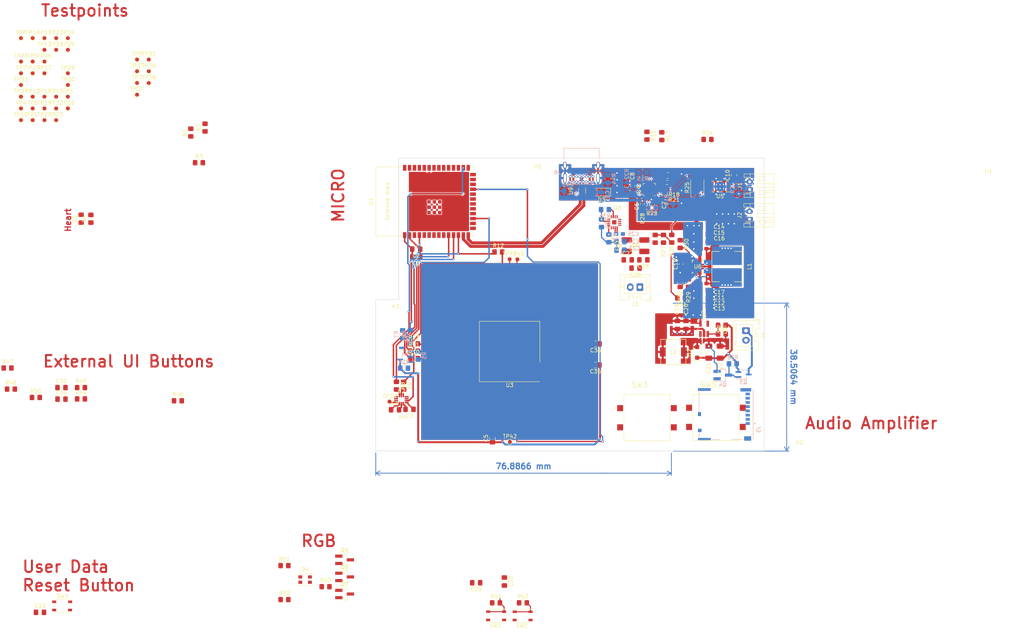
<source format=kicad_pcb>
(kicad_pcb (version 20221018) (generator pcbnew)
  (layers (0 "F.Cu" signal) (31 "B.Cu" signal) (34 "B.Paste" user) (35 "F.Paste" user) (36 "B.SilkS" user "B.Silkscreen") (37 "F.SilkS" user "F.Silkscreen") (38 "B.Mask" user) (39 "F.Mask" user) (44 "Edge.Cuts" user))
  (net 0 "")
  (net 1 "+3V3")
  (net 2 "BATT_CHARGE_VOUT")
  (net 3 "+12V")
  (net 4 "VBUS")
  (net 5 "+BATT")
  (net 6 "Net-(U5-V_{DD})")
  (net 7 "GPS_POWER")
  (net 8 "M_RST_N")
  (net 9 "M_BOOT")
  (net 10 "BATTERY_IN")
  (net 11 "M_BUTTON_EXT1")
  (net 12 "M_BUTTON_EXT2")
  (net 13 "M_BUTTON_INT")
  (net 14 "/audio/SPEAKER_POS")
  (net 15 "/audio/SPEAKER_NEG")
  (net 16 "Net-(D1-A)")
  (net 17 "/ui/V_USB")
  (net 18 "Net-(D2-A)")
  (net 19 "Net-(D4-RK)")
  (net 20 "Net-(D4-BK)")
  (net 21 "Net-(D4-GK)")
  (net 22 "Net-(U8-OUTN)")
  (net 23 "Net-(U8-OUTP)")
  (net 25 "M_SPI_CS")
  (net 26 "M_SPI_MOSI")
  (net 27 "M_SPI_CLK")
  (net 28 "M_SPI_MISO")
  (net 30 "/audio/BUZZER_POWER")
  (net 31 "Net-(J6-CC1)")
  (net 32 "USB_D+")
  (net 33 "USB_D-")
  (net 35 "Net-(J6-CC2)")
  (net 37 "Net-(U6-L1)")
  (net 38 "Net-(U6-L2)")
  (net 39 "Net-(Q1-G)")
  (net 40 "Net-(Q2-B)")
  (net 41 "Net-(Q5-C)")
  (net 42 "Net-(Q7-C)")
  (net 43 "Net-(Q6-C)")
  (net 44 "Net-(Q3-G)")
  (net 45 "M_UART_TX")
  (net 46 "Net-(U1-GPIO45)")
  (net 47 "M_I2C_SDA")
  (net 48 "Net-(U2-SDA)")
  (net 49 "M_I2C_SCL")
  (net 50 "Net-(U2-SCL)")
  (net 51 "M_GPS_POWER")
  (net 52 "Net-(U3-SDA)")
  (net 53 "Net-(U3-SCL)")
  (net 54 "M_UART_RX")
  (net 55 "Net-(U1-GPIO46)")
  (net 56 "Net-(U3-RXD)")
  (net 57 "Net-(U3-TXD)")
  (net 58 "M_HEARTBEAT")
  (net 59 "M_RGB_B")
  (net 60 "BATT_CHARGE_EN1")
  (net 61 "M_BATT_CHARGE_N_CHG")
  (net 62 "M_BATT_CHARGE_N_PGOOD")
  (net 63 "BATT_CHARGE_EN2")
  (net 64 "TS_RESISTOR")
  (net 65 "/battery/TIMER")
  (net 66 "/battery/N_Charge_EN")
  (net 67 "/battery/ILIM")
  (net 68 "/battery/ISET")
  (net 69 "M_FUEL_GPOUT")
  (net 70 "BATT_BUCK_BOOST_EN")
  (net 71 "GAIN_SLOT")
  (net 72 "M_AUDIO_SD_MODE")
  (net 73 "Net-(U7-V_{FB})")
  (net 74 "Net-(U1-U0TXD{slash}GPIO43{slash}CLK_OUT1)")
  (net 75 "Net-(U1-U0RXD{slash}GPIO44{slash}CLK_OUT2)")
  (net 76 "Net-(U1-MTCK{slash}GPIO39{slash}CLK_OUT3{slash}SUBSPICS1)")
  (net 77 "M_IMU_INT2")
  (net 78 "M_I2S_Data_Out")
  (net 79 "Net-(U1-GPIO3{slash}TOUCH3{slash}ADC1_CH2)")
  (net 80 "M_I2S_BCLK")
  (net 81 "M_I2S_LRC")
  (net 82 "Net-(U1-SPIIO7{slash}GPIO36{slash}FSPICLK{slash}SUBSPICLK)")
  (net 83 "M_GPS_EXTINT")
  (net 84 "M_BOOST_EN")
  (net 85 "M_BUZZER")
  (net 89 "Net-(R45-Pad1)")
  (net 90 "Net-(R46-Pad1)")
  (net 91 "Net-(R49-Pad1)")
  (net 92 "Net-(U3-TIMEPULSE)")
  (net 93 "Net-(U3-~{RESET})")
  (net 94 "Net-(U3-~{SAFEBOOT})")
  (net 95 "Net-(U2-INT1)")
  (net 98 "M_BUZZER_EN")
  (net 99 "/power/Buck_Boost_FB")
  (net 100 "/power/PS_SYNC")
  (net 101 "/power/Buck_Boost_PG")
  (net 102 "/power/VAUX")
  (net 104 "GND")
  (net 105 "M_RGB_R")
  (net 106 "M_RGB_G")
  (footprint "TestPoint:TestPoint_Pad_D1.0mm" (layer "F.Cu") (at 141.99 90.77)
    (fp_text reference "TP41")
    (fp_text value "GPS_SAFE_N")
  )
  (footprint "Resistor_SMD:R_0603_1608Metric_Pad0.98x0.95mm_HandSolder" (layer "F.Cu") (at 178.9792 77.3671 180)
    (fp_text reference "R23")
    (fp_text value "1.2k")
  )
  (footprint "Resistor_SMD:R_0805_2012Metric_Pad1.20x1.40mm_HandSolder" (layer "F.Cu") (at 181.991 85.455 -90)
    (fp_text reference "R27")
    (fp_text value "330k")
  )
  (footprint "Capacitor_SMD:C_0805_2012Metric_Pad1.18x1.45mm_HandSolder" (layer "F.Cu") (at 25.425 127.19)
    (fp_text reference "C34")
    (fp_text value "0.1uF")
  )
  (footprint "Resistor_SMD:R_0805_2012Metric_Pad1.20x1.40mm_HandSolder" (layer "F.Cu") (at 181.5592 58.7408 -90)
    (fp_text reference "R17")
    (fp_text value "5.1k")
  )
  (footprint "Resistor_SMD:R_0805_2012Metric_Pad1.20x1.40mm_HandSolder" (layer "F.Cu") (at 112.54 123.6825 -90)
    (fp_text reference "R8")
    (fp_text value "R_US")
  )
  (footprint "TestPoint:TestPoint_Pad_D1.0mm" (layer "F.Cu") (at 20.99 48.47)
    (fp_text reference "TP18")
    (fp_text value "TestPoint")
  )
  (footprint "Resistor_SMD:R_0805_2012Metric_Pad1.20x1.40mm_HandSolder" (layer "F.Cu") (at 94.1175 176)
    (fp_text reference "R53")
    (fp_text value "5.6")
  )
  (footprint "TestPoint:TestPoint_Pad_D1.0mm" (layer "F.Cu") (at 48.13 38.8)
    (fp_text reference "TP32")
    (fp_text value "TestPoint")
  )
  (footprint "TestPoint:TestPoint_Pad_D1.0mm" (layer "F.Cu") (at 14.89 33.22)
    (fp_text reference "TP8")
    (fp_text value "TestPoint")
  )
  (footprint "Capacitor_SMD:C_1206_3216Metric_Pad1.33x1.80mm_HandSolder" (layer "F.Cu") (at 196.723 114.9604 90)
    (fp_text reference "C22")
    (fp_text value "10uF")
  )
  (footprint "TestPoint:TestPoint_Pad_D1.0mm" (layer "F.Cu") (at 27.09 33.22)
    (fp_text reference "TP24")
    (fp_text value "TestPoint")
  )
  (footprint "TestPoint:TestPoint_Pad_D1.0mm" (layer "F.Cu") (at 14.89 48.47)
    (fp_text reference "TP34")
    (fp_text value "TestPoint")
  )
  (footprint "Capacitor_SMD:C_0805_2012Metric_Pad1.18x1.45mm_HandSolder" (layer "F.Cu") (at 192.4569 84.2264)
    (fp_text reference "C14")
    (fp_text value "22uF")
  )
  (footprint "Package_TO_SOT_SMD:SOT-553" (layer "F.Cu") (at 160.8328 73.025 -90)
    (fp_text reference "U9")
    (fp_text value "TPD2E2U06" hide)
  )
  (footprint "TestPoint:TestPoint_Pad_D1.0mm" (layer "F.Cu") (at 24.04 36.27)
    (fp_text reference "TP31")
    (fp_text value "TestPoint")
  )
  (footprint "Capacitor_SMD:C_0603_1608Metric_Pad1.08x0.95mm_HandSolder" (layer "F.Cu") (at 174.0008 71.7537 90)
    (fp_text reference "C8")
    (fp_text value "10uF")
  )
  (footprint "Package_TO_SOT_SMD:SOT-23_Handsoldering" (layer "F.Cu") (at 99.06 173.46)
    (fp_text reference "Q6")
    (fp_text value "DTC124X")
  )
  (footprint "Package_LGA:LGA-14_3x2.5mm_P0.5mm_LayoutBorder3x4y" (layer "F.Cu") (at 113.8275 127.3125)
    (fp_text reference "U2")
    (fp_text value "LSM6DSO32")
  )
  (footprint "TestPoint:TestPoint_Pad_D1.0mm" (layer "F.Cu") (at 27.09 42.37)
    (fp_text reference "TP28")
    (fp_text value "TestPoint")
  )
  (footprint "Capacitor_SMD:C_0805_2012Metric_Pad1.18x1.45mm_HandSolder" (layer "F.Cu") (at 176.7625 90.932 180)
    (fp_text reference "C28")
    (fp_text value "47n")
  )
  (footprint "Capacitor_SMD:C_0603_1608Metric_Pad1.08x0.95mm_HandSolder" (layer "F.Cu") (at 192.3034 97.1042)
    (fp_text reference "C17")
    (fp_text value "10uF")
  )
  (footprint "Button_Switch_SMD:SW_Push_1P1T_NO_Vertical_Wuerth_434133025816" (layer "F.Cu") (at 25.61 181.005)
    (fp_text reference "SW4")
    (fp_text value "SW_Push")
  )
  (footprint "Connector_JST:JST_PH_S2B-PH-K_1x02_P2.00mm_Horizontal" (layer "F.Cu") (at 204.3568 80.3496 90)
    (fp_text reference "J2")
    (fp_text value "Conn_01x02")
  )
  (footprint "TestPoint:TestPoint_Pad_D1.0mm" (layer "F.Cu") (at 24.04 48.47)
    (fp_text reference "TP15")
    (fp_text value "TestPoint")
  )
  (footprint "TestPoint:TestPoint_Pad_D1.0mm" (layer "F.Cu") (at 20.99 51.52)
    (fp_text reference "TP19")
    (fp_text value "TestPoint")
  )
  (footprint "Capacitor_SMD:C_0805_2012Metric_Pad1.18x1.45mm_HandSolder" (layer "F.Cu") (at 192.4851 100.965)
    (fp_text reference "C12")
    (fp_text value "22uF")
  )
  (footprint "TestPoint:TestPoint_Pad_D1.0mm" (layer "F.Cu") (at 27.082 48.464)
    (fp_text reference "TP3")
    (fp_text value "TestPoint")
  )
  (footprint "Capacitor_SMD:C_0805_2012Metric_Pad1.18x1.45mm_HandSolder" (layer "F.Cu") (at 19.83 182.675)
    (fp_text reference "C33")
    (fp_text value "0.1uF")
  )
  (footprint "Capacitor_SMD:C_0805_2012Metric_Pad1.18x1.45mm_HandSolder" (layer "F.Cu") (at 115.94 129.8425 180)
    (fp_text reference "C3")
    (fp_text value "100nF")
  )
  (footprint "LED_SMD:LED_Cree-PLCC4_3.2x2.8mm_CCW" (layer "F.Cu") (at 88.7875 174.16)
    (fp_text reference "D4")
    (fp_text value "CLVBA-FKA-CC1F1L1BB7R3R3D")
  )
  (footprint "TestPoint:TestPoint_Pad_D1.0mm" (layer "F.Cu") (at 24.04 33.22)
    (fp_text reference "TP21")
    (fp_text value "TestPoint")
  )
  (footprint "TestPoint:TestPoint_Pad_D1.0mm" (layer "F.Cu") (at 45.08 44.9)
    (fp_text reference "TP2")
    (fp_text value "TestPoint")
  )
  (footprint "TestPoint:TestPoint_Pad_D1.0mm" (layer "F.Cu") (at 17.94 33.22)
    (fp_text reference "TP14")
    (fp_text value "TestPoint")
  )
  (footprint "Resistor_SMD:R_0805_2012Metric_Pad1.20x1.40mm_HandSolder" (layer "F.Cu") (at 12.285 124.58)
    (fp_text reference "R48")
    (fp_text value "100k")
  )
  (footprint "B82462G4472M000:IND_EPCOS_B82462G4_EPC" (layer "F.Cu") (at 184.5564 114.9096)
    (fp_text reference "L2")
    (fp_text value "4.7uH")
  )
  (footprint "Resistor_SMD:R_0805_2012Metric_Pad1.20x1.40mm_HandSolder" (layer "F.Cu") (at 55.695 127.61)
    (fp_text reference "R46")
    (fp_text value "1k")
  )
  (footprint "Package_TO_SOT_SMD:SOT-23_Handsoldering" (layer "F.Cu") (at 99.06 177.91)
    (fp_text reference "Q7")
    (fp_text value "DTC124X")
  )
  (footprint "TestPoint:TestPoint_Pad_D1.0mm" (layer "F.Cu") (at 142.05 138.33)
    (fp_text reference "TP42")
    (fp_text value "GPS_RESET_N")
  )
  (footprint "TestPoint:TestPoint_Pad_D1.0mm" (layer "F.Cu") (at 20.99 39.32)
    (fp_text reference "TP26")
    (fp_text value "TestPoint")
  )
  (footprint "TestPoint:TestPoint_Pad_D1.0mm" (layer "F.Cu") (at 24.04 51.52)
    (fp_text reference "TP22")
    (fp_text value "TestPoint")
  )
  (footprint "MountingHole:MountingHole_2.2mm_M2" (layer "F.Cu") (at 149.2758 69.85)
    (fp_text reference "H5")
    (fp_text value "MountingHole")
  )
  (footprint "Resistor_SMD:R_2512_6332Metric_Pad1.40x3.35mm_HandSolder" (layer "F.Cu") (at 190.8048 72.2356 -90)
    (fp_text reference "R25")
    (fp_text value "10m")
  )
  (footprint "Resistor_SMD:R_0805_2012Metric_Pad1.20x1.40mm_HandSolder" (layer "F.Cu") (at 62.76 56.5 90)
    (fp_text reference "R2")
    (fp_text value "5.1k")
  )
  (footprint "Package_DFN_QFN:VQFN-16-1EP_3x3mm_P0.5mm_EP1.6x1.6mm" (layer "F.Cu") (at 178.308 72.644 180)
    (fp_text reference "U4")
    (fp_text value "BQ24075RGT")
  )
  (footprint "Connector_JST:JST_PH_S2B-PH-K_1x02_P2.00mm_Horizontal" (layer "F.Cu") (at 204.4076 72.628 90)
    (fp_text reference "J1")
    (fp_text value "Conn_01x02")
  )
  (footprint "TestPoint:TestPoint_Pad_D1.0mm" (layer "F.Cu") (at 27.09 36.27)
    (fp_text reference "TP25")
    (fp_text value "TestPoint")
  )
  (footprint "TestPoint:TestPoint_Pad_D1.0mm" (layer "F.Cu") (at 27.09 45.42)
    (fp_text reference "TP30")
    (fp_text value "TestPoint")
  )
  (footprint "TPS630701RNMR:TPS630701RNMR" (layer "F.Cu") (at 190.9064 92.6846)
    (fp_text reference "U6")
    (fp_text value "TPS630701RNMR")
  )
  (footprint "Resistor_SMD:R_0805_2012Metric_Pad1.20x1.40mm_HandSolder" (layer "F.Cu") (at 33.08 80.24 90)
    (fp_text reference "R4")
    (fp_text value "R_US")
  )
  (footprint "Resistor_SMD:R_0805_2012Metric_Pad1.20x1.40mm_HandSolder" (layer "F.Cu") (at 184.15 85.4296 -90)
    (fp_text reference "R26")
    (fp_text value "560k")
  )
  (footprint "Resistor_SMD:R_0805_2012Metric_Pad1.20x1.40mm_HandSolder" (layer "F.Cu") (at 117.11 114.69)
    (fp_text reference "R11")
    (fp_text value "470")
  )
  (footprint "TestPoint:TestPoint_Pad_D1.0mm" (layer "F.Cu") (at 14.89 45.42)
    (fp_text reference "TP33")
    (fp_text value "TestPoint")
  )
  (footprint "Resistor_SMD:R_0805_2012Metric_Pad1.20x1.40mm_HandSolder" (layer "F.Cu") (at 139.05 88.89)
    (fp_text reference "R12")
    (fp_text value "22")
  )
  (footprint "Resistor_SMD:R_0805_2012Metric_Pad1.20x1.40mm_HandSolder" (layer "F.Cu") (at 183.094 68.9851)
    (fp_text reference "R18")
    (fp_text value "R_US")
  )
  (footprint "Capacitor_SMD:C_0805_2012Metric_Pad1.18x1.45mm_HandSolder" (layer "F.Cu") (at 174.7305 93.091 180)
    (fp_text reference "C26")
    (fp_text value "47n")
  )
  (footprint "Resistor_SMD:R_0805_2012Metric_Pad1.20x1.40mm_HandSolder" (layer "F.Cu") (at 177.6984 58.6138 -90)
    (fp_text reference "R16")
    (fp_text value "5.1k")
  )
  (footprint "Package_SON:Texas_S-PDSO-N12" (layer "F.Cu") (at 196.708 71.8615 180)
    (fp_text reference "U5")
    (fp_text value "BQ27441DRZR-G1A")
  )
  (footprint "TestPoint:TestPoint_Pad_D1.0mm" (layer "F.Cu") (at 27.082 51.514)
    (fp_text reference "TP16")
    (fp_text value "TestPoint")
  )
  (footprint "Capacitor_SMD:C_0603_1608Metric_Pad1.08x0.95mm_HandSolder" (layer "F.Cu") (at 192.2791 88.0364)
    (fp_text reference "C16")
    (fp_text value "10uF")
  )
  (footprint "TestPoint:TestPoint_Pad_D1.0mm" (layer "F.Cu") (at 48.13 44.9)
    (fp_text reference "TP38")
    (fp_text value "TestPoint")
  )
  (footprint "TestPoint:TestPoint_Pad_D1.0mm" (layer "F.Cu") (at 14.89 42.37)
    (fp_text reference "TP7")
    (fp_text value "TestPoint")
  )
  (footprint "Resistor_SMD:R_0805_2012Metric_Pad1.20x1.40mm_HandSolder" (layer "F.Cu") (at 179.832 85.455 -90)
    (fp_text reference "R28")
    (fp_text value "330k")
  )
  (footprint "Inductor_SMD:L_1210_3225Metric_Pad1.42x2.65mm_HandSolder" (layer "F.Cu") (at 172.4445 87.249 90)
    (fp_text reference "FB2")
    (fp_text value "4.7uH")
  )
  (footprint "Resistor_SMD:R_0805_2012Metric_Pad1.20x1.40mm_HandSolder" (layer "F.Cu") (at 83.4175 179.36)
    (fp_text reference "R52")
    (fp_text value "5.6")
  )
  (footprint "Resistor_SMD:R_0603_1608Metric_Pad0.98x0.95mm_HandSolder" (layer "F.Cu") (at 182.8908 70.8139)
    (fp_text reference "R21")
    (fp_text value "100k")
  )
  (footprint "TestPoint:TestPoint_Pad_D1.0mm" (layer "F.Cu") (at 17.94 51.52)
    (fp_text reference "TP6")
    (fp_text value "TestPoint")
  )
  (footprint "TestPoint:TestPoint_Pad_D1.0mm" (layer "F.Cu") (at 20.99 42.37)
    (fp_text reference "TP17")
    (fp_text value "TestPoint")
  )
  (footprint "Package_TO_SOT_SMD:SOT-23-5_HandSoldering" (layer "F.Cu") (at 192.5574 108.8859 90)
    (fp_text reference "U7")
    (fp_text value "MCP1661")
  )
  (footprint "Inductor_SMD:L_1210_3225Metric_Pad1.42x2.65mm_HandSolder" (layer "F.Cu") (at 177.0165 87.249 90)
    (fp_text reference "FB1")
    (fp_text value "4.7uH")
  )
  (footprint "Resistor_SMD:R_0805_2012Metric_Pad1.20x1.40mm_HandSolder" (layer "F.Cu") (at 186.3344 86.8172 -90)
    (fp_text reference "R30")
    (fp_text value "10k")
  )
  (footprint "Capacitor_SMD:C_1206_3216Metric_Pad1.33x1.80mm_HandSolder" (layer "F.Cu") (at 193.7766 114.9604 90)
    (fp_text reference "C21")
    (fp_text value "10uF")
  )
  (footprint "Resistor_SMD:R_0805_2012Metric_Pad1.20x1.40mm_HandSolder" (layer "F.Cu") (at 193.4464 59.5884)
    (fp_text reference "R24")
    (fp_text value "10k")
  )
  (footprint "Resistor_SMD:R_0805_2012Metric_Pad1.20x1.40mm_HandSolder" (layer "F.Cu") (at 114.44 123.6825 -90)
    (fp_text reference "R9")
    (fp_text value "R_US")
  )
  (footprint "Resistor_SMD:R_0805_2012Metric_Pad1.20x1.40mm_HandSolder" (layer "F.Cu") (at 145.445 180.205)
    (fp_text reference "R42")
    (fp_text value "100k")
  )
  (footprint "Capacitor_SMD:C_0805_2012Metric_Pad1.18x1.45mm_HandSolder" (layer "F.Cu") (at 185.5978 107.8699 -90)
    (fp_text reference "C19")
    (fp_text value "10uF")
  )
  (footprint "Capacitor_SMD:C_0805_2012Metric_Pad1.18x1.45mm_HandSolder" (layer "F.Cu") (at 182.2304 73.6802 -90)
    (fp_text reference "C7")
    (fp_text value "10uF")
  )
  (footprint "MountingHole:MountingHole_2.2mm_M2" (layer "F.Cu") (at 112.27 106.3)
    (fp_text reference "H3")
    (fp_text value "MountingHole")
  )
  (footprint "RF_GPS:ublox_SAM-M8Q" (layer "F.Cu") (at 141.99 114.79 180)
    (fp_text reference "U3")
    (fp_text value "SAM-M8Q")
  )
  (footprint "Resistor_SMD:R_0805_2012Metric_Pad1.20x1.40mm_HandSolder" (layer "F.Cu") (at 197.1802 107.95 180)
    (fp_text reference "R33")
    (fp_text value "1.05M")
  )
  (footprint "Capacitor_SMD:C_0805_2012Metric_Pad1.18x1.45mm_HandSolder" (layer "F.Cu") (at 164.3375 112.8 180)
    (fp_text reference "C36")
    (fp_text value "1.0uF")
  )
  (footprint "MountingHole:MountingHole_2.2mm_M2" (layer "F.Cu") (at 217.3224 141.6812)
    (fp_text reference "H2")
    (fp_text value "MountingHole")
  )
  (footprint "Capacitor_SMD:C_0805_2012Metric_Pad1.18x1.45mm_HandSolder" (layer "F.Cu") (at 192.4569 86.2584)
    (fp_text reference "C15")
    (fp_text value "22uF")
  )
  (footprint "MAX98357AETE+T:QFN50P300X300X80-17N" (layer "F.Cu") (at 169.1825 81.153)
    (fp_text reference "U8")
    (fp_text value "MAX98357AETE+T")
  )
  (footprint "espressif-kicad:ESP32-S3-WROOM-1" (layer "F.Cu") (at 122.9518 75.7338 90)
    (fp_text reference "U1")
    (fp_text value "ESP32-S3-WROOM-1")
  )
  (footprint "DR74-1R5-R:DR74" (layer "F.Cu") (at 198.501 92.6846 -90)
    (fp_text reference "L1")
    (fp_text value "1.5uH")
  )
  (footprint "MountingHole:MountingHole_2.2mm_M2" (layer "F.Cu") (at 112.21 135.66)
    (fp_text reference "H4")
    (fp_text value "MountingHole")
  )
  (footprint "Capacitor_SMD:C_0805_2012Metric_Pad1.18x1.45mm_HandSolder" (layer "F.Cu") (at 140.6167 174.6565 -90)
    (fp_text reference "C30")
    (fp_text value "0.1uF")
  )
  (footprint "TL3300DF160Q:SW_TL3300DF160Q" (layer "F.Cu") (at 177.6984 132.0292)
    (fp_text reference "SW3")
    (fp_text value "SW_Push")
  )
  (footprint "TestPoint:TestPoint_Pad_D1.0mm" (layer "F.Cu") (at 48.13 41.85)
    (fp_text reference "TP36")
    (fp_text value "TestPoint")
  )
  (footprint "TestPoint:TestPoint_Pad_D1.0mm" (layer "F.Cu") (at 144.01 90.81)
    (fp_text reference "TP40")
    (fp_text value "TIMEPULSE")
  )
  (footprint "Capacitor_SMD:C_0805_2012Metric_Pad1.18x1.45mm_HandSolder" (layer "F.Cu") (at 192.4812 103.0224)
    (fp_text reference "C13")
    (fp_text value "22uF")
  )
  (footprint "TestPoint:TestPoint_Pad_D1.0mm" (layer "F.Cu") (at 14.89 51.52)
    (fp_text reference "TP4")
    (fp_text value "TestPoint")
  )
  (footprint "Capacitor_SMD:C_0805_2012Metric_Pad1.18x1.45mm_HandSolder" (layer "F.Cu") (at 187.833 107.8699 -90)
    (fp_text reference "C20")
    (fp_text value "10uF")
  )
  (footprint "Resistor_SMD:R_0805_2012Metric_Pad1.20x1.40mm_HandSolder" (layer "F.Cu") (at 59.06 57.8 90)
    (fp_text reference "R1")
    (fp_text value "5.1k")
  )
  (footprint "TestPoint:TestPoint_Pad_D1.0mm" (layer "F.Cu") (at 17.94 54.57)
    (fp_text reference "TP1")
    (fp_text value "TestPoint")
  )
  (footprint "TestPoint:TestPoint_Pad_D1.0mm" (layer "F.Cu") (at 20.99 36.27)
    (fp_text reference "TP13")
    (fp_text value "TestPoint")
  )
  (footprint "Capacitor_SMD:C_0805_2012Metric_Pad1.18x1.45mm_HandSolder" (layer "F.Cu") (at 117.6799 90.1742 180)
    (fp_text reference "C1")
    (fp_text value "10uF")
  )
  (footprint "TL3300DF160Q:SW_TL3300DF160Q" (layer "F.Cu") (at 195.6308 131.9276)
    (fp_text reference "SW5")
    (fp_text value "SW_Push")
  )
  (footprint "Resistor_SMD:R_0805_2012Metric_Pad1.20x1.40mm_HandSolder" (layer "F.Cu") (at 186.3394 96.9772 90)
    (fp_text reference "R32")
    (fp_text value "150k")
  )
  (footprint "TestPoint:TestPoint_Pad_D1.0mm" (layer "F.Cu") (at 17.94 39.32)
    (fp_text reference "TP5")
    (fp_text value "TestPoint")
  )
  (footprint "TestPoint:TestPoint_Pad_D1.0mm" (layer "F.Cu") (at 45.08 47.95)
    (fp_text reference "TP27")
    (fp_text value "TestPoint")
  )
  (footprint "Button_Switch_SMD:SW_Push_1P1T_NO_Vertical_Wuerth_434133025816" (layer "F.Cu") (at 145.345 183.605 180)
    (fp_text reference "SW2")
    (fp_text value "SW_Push")
  )
  (footprint "Resistor_SMD:R_0805_2012Metric_Pad1.20x1.40mm_HandSolder" (layer "F.Cu") (at 61.18 65.64)
    (fp_text reference "R3")
    (fp_text value "0")
  )
  (footprint "Capacitor_SMD:C_0805_2012Metric_Pad1.18x1.45mm_HandSolder" (layer "F.Cu") (at 172.6985 90.932)
    (fp_text reference "C27")
    (fp_text value "47n")
  )
  (footprint "Package_TO_SOT_SMD:SOT-23_Handsoldering" (layer "F.Cu") (at 99.06 169.01)
    (fp_text reference "Q5")
    (fp_text value "DTC124X")
  )
  (footprint "Resistor_SMD:R_0805_2012Metric_Pad1.20x1.40mm_HandSolder" (layer "F.Cu") (at 30.505 127.13)
    (fp_text reference "R49")
    (fp_text value "1k")
  )
  (footprint "Capacitor_SMD:C_0805_2012Metric_Pad1.18x1.45mm_HandSolder" (layer "F.Cu") (at 137.5 137.3625 90)
    (fp_text reference "C5")
    (fp_text value "1.0uF")
  )
  (footprint "TestPoint:TestPoint_Pad_D1.0mm" (layer "F.Cu") (at 17.94 42.37)
    (fp_text reference "TP29")
    (fp_text value "TestPoint")
  )
  (footprint "Capacitor_SMD:C_0805_2012Metric_Pad1.18x1.45mm_HandSolder" (layer "F.Cu") (at 192.4851 98.9076)
    (fp_text reference "C11")
    (fp_text value "22uF")
  )
  (footprint "Resistor_SMD:R_0805_2012Metric_Pad1.20x1.40mm_HandSolder" (layer "F.Cu") (at 11.395 119.08)
    (fp_text reference "R47")
    (fp_text value "100k")
  )
  (footprint "Resistor_SMD:R_0805_2012Metric_Pad1.20x1.40mm_HandSolder" (layer "F.Cu") (at 18.765 126.75)
    (fp_text reference "R50")
    (fp_text value "100k")
  )
  (footprint "Resistor_SMD:R_0805_2012Metric_Pad1.20x1.40mm_HandSolder" (layer "F.Cu") (at 138.445 180.205)
    (fp_text reference "R41")
    (fp_text value "100k")
  )
  (footprint "LED_SMD:LED_0805_2012Metric_Pad1.15x1.40mm_HandSolder" (layer "F.Cu") (at 30.54 80.215 90)
    (fp_text reference "D1")
    (fp_text value "LED")
  )
  (footprint "Diode_SMD:D_SOD-123" (layer "F.Cu") (at 165.9042 73.3044 180)
    (fp_text reference "D3")
    (fp_text value "1N5819HW1-7-F" hide)
  )
  (footprint "Diode_SMD:D_SOD-123F" (layer "F.Cu") (at 190.754 115.0112 90)
    (fp_text reference "D2")
    (fp_text value "PMEG2005EH")
  )
  (footprint "TestPoint:TestPoint_Pad_D1.0mm" (layer "F.Cu") (at 110.74 127.83)
    (fp_text reference "TP39")
    (fp_text value "IMU_INT1")
  )
  (footprint "Capacitor_SMD:C_0805_2012Metric_Pad1.18x1.45mm_HandSolder" (layer "F.Cu") (at 117.6799 88.1422 180)
    (fp_text reference "C2")
    (fp_text value "0.1uF")
  )
  (footprint "Button_Switch_SMD:SW_Push_1P1T_NO_Vertical_Wuerth_434133025816" (layer "F.Cu") (at 138.47 183.58 180)
    (fp_text reference "SW1")
    (fp_text value "SW_Push")
  )
  (footprint "TestPoint:TestPoint_Pad_D1.0mm" (layer "F.Cu") (at 20.99 33.22)
    (fp_text reference "TP11")
    (fp_text value "TestPoint")
  )
  (footprint "Connector_JST:JST_XA_B02B-XASK-1_1x02_P2.50mm_Vertical" (layer "F.Cu") (at 203.454 109.367 -90)
    (fp_text reference "J4")
    (fp_text value "Conn_01x02")
  )
  (footprint "Connector_JST:JST_XA_B02B-XASK-1_1x02_P2.50mm_Vertical" (layer "F.Cu") (at 175.8535 98.044 180)
    (fp_text reference "J3")
    (fp_text value "Conn_01x02")
  )
  (footprint "TestPoint:TestPoint_Pad_D1.0mm" (layer "F.Cu") (at 45.08 38.8)
    (fp_text reference "TP9")
    (fp_text value "TestPoint")
  )
  (footprint "Resistor_SMD:R_0805_2012Metric_Pad1.20x1.40mm_HandSolder" (layer "F.Cu") (at 117.14 116.62)
    (fp_text reference "R10")
    (fp_text value "470")
  )
  (footprint "TestPoint:TestPoint_Pad_D1.0mm" (layer "F.Cu") (at 45.08 41.85)
    (fp_text reference "TP37")
    (fp_text value "TestPoint")
  )
  (footprint "Capacitor_SMD:C_0805_2012Metric_Pad1.18x1.45mm_HandSolder" (layer "F.Cu") (at 164.3 118.3 180)
    (fp_text reference "C35")
    (fp_text value "1.0uF")
  )
  (footprint "Resistor_SMD:R_0805_2012Metric_Pad1.20x1.40mm_HandSolder" (layer "F.Cu") (at 30.505 124.18)
    (fp_text reference "R45")
    (fp_text value "1k")
  )
  (footprint "Resistor_SMD:R_0805_2012Metric_Pad1.20x1.40mm_HandSolder" (layer "F.Cu") (at 83.4175 170.51)
    (fp_text reference "R51")
    (fp_text value "12")
  )
  (footprint "Resistor_SMD:R_0805_2012Metric_Pad1.20x1.40mm_HandSolder" (layer "F.Cu") (at 186.5934 100.8634 180)
    (fp_text reference "R31")
    (fp_text value "100k")
  )
  (footprint "TestPoint:TestPoint_Pad_D1.0mm" (layer "F.Cu") (at 24.04 54.57)
    (fp_text reference "TP23")
    (fp_text value "TestPoint")
  )
  (footprint "TestPoint:TestPoint_Pad_D1.0mm" (layer "F.Cu") (at 20.99 54.57)
    (fp_text reference "TP20")
    (fp_text value "TestPoint")
  )
  (footprint "Resistor_SMD:R_0805_2012Metric_Pad1.20x1.40mm_HandSolder" (layer "F.Cu") (at 197.1802 110.236)
    (fp_text reference "R34")
    (fp_text value "120k")
  )
  (footprint "TestPoint:TestPoint_Pad_D1.0mm" (layer "F.Cu") (at 14.89 54.57)
    (fp_text reference "TP10")
    (fp_text value "TestPoint")
  )
  (footprint "Capacitor_SMD:C_0805_2012Metric_Pad1.18x1.45mm_HandSolder" (layer "F.Cu") (at 112.18 129.9525)
    (fp_text reference "C4")
    (fp_text value "100nF")
  )
  (footprint "Capacitor_SMD:C_0805_2012Metric_Pad1.18x1.45mm_HandSolder" (layer "F.Cu") (at 133.28 174.9828 180)
    (fp_text reference "C29")
    (fp_text value "0.1uF")
  )
  (footprint "Capacitor_SMD:C_0805_2012Metric_Pad1.18x1.45mm_HandSolder" (layer "F.Cu") (at 200.3552 68.8848 90)
    (fp_text reference "C10")
    (fp_text value "1uF")
  )
  (footprint "Capacitor_SMD:C_0805_2012Metric_Pad1.18x1.45mm_HandSolder" (layer "F.Cu") (at 25.425 124.18)
    (fp_text reference "C32")
    (fp_text value "0.1uF")
  )
  (footprint "Resistor_SMD:R_0805_2012Metric_Pad1.20x1.40mm_HandSolder" (layer "F.Cu") (at 117.12 112.79)
    (fp_text reference "R13")
    (fp_text value "22")
  )
  (footprint "Capacitor_SMD:C_0603_1608Metric_Pad1.08x0.95mm_HandSolder" (layer "F.Cu") (at 186.5934 92.0507 90)
    (fp_text reference "C18")
    (fp_text value "100nF")
  )
  (footprint "TestPoint:TestPoint_Pad_D1.0mm" (layer "F.Cu") (at 17.94 48.47)
    (fp_text reference "TP12")
    (fp_text value "TestPoint")
  )
  (footprint "Resistor_SMD:R_0805_2012Metric_Pad1.20x1.40mm_HandSolder" (layer "F.Cu") (at 188.4984 96.9772 90)
    (fp_text reference "R29")
    (fp_text value "470k")
  )
  (footprint "Capacitor_SMD:C_0603_1608Metric_Pad1.08x0.95mm_HandSolder" (layer "F.Cu") (at 176.5154 76.4527 -90)
    (fp_text reference "C6")
    (fp_text value "1uF")
  )
  (footprint "MountingHole:MountingHole_2.2mm_M2" (layer "F.Cu") (at 266.5476 71.12)
    (fp_text reference "H1")
    (fp_text value "MountingHole")
  )
  (footprint "TestPoint:TestPoint_Pad_D1.0mm" (layer "F.Cu") (at 14.89 39.32)
    (fp_text reference "TP35")
    (fp_text value "TestPoint")
  )
  (footprint "Resistor_SMD:R_0805_2012Metric_Pad1.20x1.40mm_HandSolder" (layer "B.Cu") (at 116.16 110.25 -90)
    (fp_text reference "R6")
    (fp_text value "R_US")
  )
  (footprint "Resistor_SMD:R_0805_2012Metric_Pad1.20x1.40mm_HandSolder" (layer "B.Cu") (at 157.1752 73.025 180)
    (fp_text reference "R43")
    (fp_text value "5.1k")
  )
  (footprint "Resistor_SMD:R_0805_2012Metric_Pad1.20x1.40mm_HandSolder" (layer "B.Cu") (at 114.16 110.29 -90)
    (fp_text reference "R7")
    (fp_text value "R_US")
  )
  (footprint "Resistor_SMD:R_0805_2012Metric_Pad1.20x1.40mm_HandSolder" (layer "B.Cu") (at 200.025 117.983 180)
    (fp_text reference "R38")
    (fp_text value "R_US")
  )
  (footprint "Resistor_SMD:R_0805_2012Metric_Pad1.20x1.40mm_HandSolder" (layer "B.Cu") (at 165.8805 81.407 90)
    (fp_text reference "R35")
    (fp_text value "100k")
  )
  (footprint "Capacitor_SMD:C_0805_2012Metric_Pad1.18x1.45mm_HandSolder" (layer "B.Cu") (at 170.8095 86.1634)
    (fp_text reference "C24")
    (fp_text value "10uF")
  )
  (footprint "Capacitor_SMD:C_0805_2012Metric_Pad1.18x1.45mm_HandSolder" (layer "B.Cu") (at 201.5744 72.6948 -90)
    (fp_text reference "C9")
    (fp_text value "0.47uF")
  )
  (footprint "Resistor_SMD:R_0805_2012Metric_Pad1.20x1.40mm_HandSolder" (layer "B.Cu") (at 167.7855 85.344 90)
    (fp_text reference "R37")
    (fp_text value "?")
  )
  (footprint "Capacitor_SMD:C_0603_1608Metric_Pad1.08x0.95mm_HandSolder" (layer "B.Cu") (at 170.5795 84.201)
    (fp_text reference "C25")
    (fp_text value "0.1uF")
  )
  (footprint "Resistor_SMD:R_0603_1608Metric_Pad0.98x0.95mm_HandSolder" (layer "B.Cu") (at 172.4514 71.7537 90)
    (fp_text reference "R22")
    (fp_text value "1.2k")
  )
  (footprint "Connector_USB:USB_C_Receptacle_GCT_USB4085" (layer "B.Cu") (at 157.7054 70.6238)
    (fp_text reference "J6")
    (fp_text value "USB_C_Receptacle_USB2.0")
  )
  (footprint "Capacitor_SMD:C_0805_2012Metric_Pad1.18x1.45mm_HandSolder" (layer "B.Cu") (at 170.8095 88.4174)
    (fp_text reference "C23")
    (fp_text value "10uF")
  )
  (footprint "Package_TO_SOT_SMD:SOT-323_SC-70_Handsoldering" (layer "B.Cu") (at 202.819 120.777)
    (fp_text reference "Q3")
    (fp_text value "BSS84PWH6327XTSA1")
  )
  (footprint "microSD 503398-1892:MOLEX_503398-1892" (layer "B.Cu") (at 198.2724 131.1656 90)
    (fp_text reference "J5")
    (fp_text value "5033981892")
  )
  (footprint "Capacitor_SMD:C_0805_2012Metric_Pad1.18x1.45mm_HandSolder" (layer "B.Cu") (at 165.7716 74.3706 90)
    (fp_text reference "C31")
    (fp_text value "10uF")
  )
  (footprint "Resistor_SMD:R_0805_2012Metric_Pad1.20x1.40mm_HandSolder" (layer "B.Cu") (at 176.5662 68.1469)
    (fp_text reference "R15")
    (fp_text value "1.2k")
  )
  (footprint "Resistor_SMD:R_0805_2012Metric_Pad1.20x1.40mm_HandSolder" (layer "B.Cu") (at 114.53 119.12 180)
    (fp_text reference "R14")
    (fp_text value "R_US")
  )
  (footprint "Package_TO_SOT_SMD:SOT-323_SC-70_Handsoldering" (layer "B.Cu") (at 114.82 116.87 180)
    (fp_text reference "Q1")
    (fp_text value "BSS84PWH6327XTSA1")
  )
  (footprint "Package_TO_SOT_SMD:SOT-23-3" (layer "B.Cu") (at 115.0275 113.84 180)
    (fp_text reference "Q2")
    (fp_text value "MMBT4401")
  )
  (footprint "Package_TO_SOT_SMD:SOT-23_Handsoldering" (layer "B.Cu") (at 197.4246 120.9292)
    (fp_text reference "Q4")
    (fp_text value "DTC124X")
  )
  (footprint "Resistor_SMD:R_0603_1608Metric_Pad0.98x0.95mm_HandSolder" (layer "B.Cu") (at 178.9792 77.3671)
    (fp_text reference "R20")
    (fp_text value "47k")
  )
  (footprint "Resistor_SMD:R_0805_2012Metric_Pad1.20x1.40mm_HandSolder" (layer "B.Cu") (at 167.4988 69.8494 90)
    (fp_text reference "R44")
    (fp_text value "5.1k")
  )
  (footprint "Resistor_SMD:R_0805_2012Metric_Pad1.20x1.40mm_HandSolder" (layer "B.Cu") (at 184.4656 75.3351 -90)
    (fp_text reference "R19")
    (fp_text value "10k")
  )
  (footprint "Resistor_SMD:R_0805_2012Metric_Pad1.20x1.40mm_HandSolder" (layer "B.Cu") (at 166.7695 77.851)
    (fp_text reference "R36")
    (fp_text value "100k")
  )
  (footprint "Resistor_SMD:R_0805_2012Metric_Pad1.20x1.40mm_HandSolder" (layer "B.Cu") (at 118.18 115.86 90)
    (fp_text reference "R5")
    (fp_text value "R_US")
  )
  (gr_line locked (start 208.1618 140.6838) (end 208.1618 64.4838) (stroke (width 0.1)) (layer "Edge.Cuts"))
  (gr_line locked (start 113.1618 64.4838) (end 113.1618 101.2838) (stroke (width 0.1)) (layer "Edge.Cuts"))
  (gr_line locked (start 107.1618 140.6838) (end 208.1618 140.6838) (stroke (width 0.1)) (layer "Edge.Cuts"))
  (gr_line locked (start 208.1618 64.4838) (end 113.1618 64.4838) (stroke (width 0.1)) (layer "Edge.Cuts"))
  (gr_line locked (start 113.1618 101.2838) (end 107.1618 101.2838) (stroke (width 0.1)) (layer "Edge.Cuts"))
  (gr_line locked (start 107.1618 101.2838) (end 107.1618 140.6838) (stroke (width 0.1)) (layer "Edge.Cuts"))
  (gr_text "Heart" (at 28 83.78 90) (layer "F.Cu") (effects (font (size 1.5 1.5) (thickness 0.3) bold) (justify left bottom)))
  (gr_text "External UI Buttons" (at 20.345 119.1) (layer "F.Cu") (effects (font (size 3 3) (thickness 0.5) bold) (justify left bottom)))
  (gr_text "MICRO" (at 99.1418 81.4838 90) (layer "F.Cu") (effects (font (size 3 3) (thickness 0.5) bold) (justify left bottom)))
  (gr_text "Testpoints" (at 19.83 27.8) (layer "F.Cu") (effects (font (size 3 3) (thickness 0.5) bold) (justify left bottom)))
  (gr_text "Audio Amplifier" (at 218.5502 135.205) (layer "F.Cu") (effects (font (size 3 3) (thickness 0.5) bold) (justify left bottom)))
  (gr_text "RGB" (at 87.4975 165.84) (layer "F.Cu") (effects (font (size 3 3) (thickness 0.5) bold) (justify left bottom)))
  (gr_text "User Data \nReset Button" (at 14.985 177.39) (layer "F.Cu") (effects (font (size 3 3) (thickness 0.5) bold) (justify left bottom)))
  (dimension (type aligned) (layer "B.Cu") (pts (xy 107.1618 140.6838) (xy 184.0484 140.716)) (height 5.763936) (gr_text "3027.0317 mils" (at 145.60344 144.663835 359.9760046) (layer "B.Cu") (effects (font (size 1.5 1.5) (thickness 0.3)))) (format (prefix "") (suffix "") (units 3) (units_format 1) (precision 4)) (style (thickness 0.2) (arrow_length 1.27) (text_position_mode 0) (extension_height 0.58642) (extension_offset 0.5) keep_text_aligned))
  (dimension (type aligned) (layer "B.Cu") (pts (xy 184.0484 140.716) (xy 184.023 102.2096)) (height 29.991896) (gr_text "1516.0003 mils" (at 215.827589 121.441829 -89.96220596) (layer "B.Cu") (effects (font (size 1.5 1.5) (thickness 0.3)))) (format (prefix "") (suffix "") (units 3) (units_format 1) (precision 4)) (style (thickness 0.2) (arrow_length 1.27) (text_position_mode 0) (extension_height 0.58642) (extension_offset 0.5) keep_text_aligned))
  (segment (start 115.9618 85.3866) (end 115.9618 84.4838) (width 0.381) (layer "F.Cu") (net 1))
  (segment (start 169.4325 83.9165) (end 169.717 84.201) (width 0.3048) (layer "F.Cu") (net 1))
  (segment (start 116.9775 129.8425) (end 116.9775 129.8375) (width 0.381) (layer "F.Cu") (net 1))
  (segment (start 163.385 114.79) (end 149.44 114.79) (width 0.381) (layer "F.Cu") (net 1))
  (segment (start 116.9775 129.8375) (end 115.2105 128.0705) (width 0.381) (layer "F.Cu") (net 1))
  (segment (start 191.431399 94.2596) (end 191.431399 95.695201) (width 0.508) (layer "F.Cu") (net 1))
  (segment (start 118.7174 90.1742) (end 118.7174 88.1422) (width 0.381) (layer "F.Cu") (net 1))
  (segment (start 112.822 128.91) (end 113.3195 128.4125) (width 0.381) (layer "F.Cu") (net 1))
  (segment (start 169.4325 82.588) (end 169.4325 83.9165) (width 0.3048) (layer "F.Cu") (net 1))
  (segment (start 165.375 112.8) (end 163.385 114.79) (width 0.381) (layer "F.Cu") (net 1))
  (segment (start 118.7174 88.1422) (end 115.9618 85.3866) (width 0.381) (layer "F.Cu") (net 1))
  (segment (start 112.185 128.91) (end 112.822 128.91) (width 0.381) (layer "F.Cu") (net 1))
  (segment (start 169.9325 82.588) (end 169.9325 83.9855) (width 0.3048) (layer "F.Cu") (net 1))
  (segment (start 115.2105 128.0705) (end 115.2025 128.0705) (width 0.381) (layer "F.Cu") (net 1))
  (segment (start 191.431399 95.695201) (end 191.4194 95.7072) (width 0.508) (layer "F.Cu") (net 1))
  (segment (start 111.1425 129.9525) (end 112.185 128.91) (width 0.381) (layer "F.Cu") (net 1))
  (segment (start 169.9325 83.9855) (end 169.717 84.201) (width 0.3048) (layer "F.Cu") (net 1))
  (via (at 189.8954 99.0092) (size 0.635) (drill 0.381) (layers "F.Cu" "B.Cu") (net 1))
  (via (at 189.738 105.283) (size 0.635) (drill 0.381) (layers "F.Cu" "B.Cu") (net 1))
  (via (at 191.643 105.283) (size 0.635) (drill 0.381) (layers "F.Cu" "B.Cu") (net 1))
  (via (at 187.833 105.283) (size 0.635) (drill 0.381) (layers "F.Cu" "B.Cu") (net 1))
  (via (at 189.8954 100.9142) (size 0.635) (drill 0.381) (layers "F.Cu" "B.Cu") (net 1))
  (via (at 169.717 84.201) (size 0.635) (drill 0.381) (layers "F.Cu" "B.Cu") (net 1))
  (segment (start 167.1685 86.344) (end 167.7855 86.344) (width 0.3048) (layer "B.Cu") (net 1))
  (segment (start 169.5914 86.344) (end 169.772 86.1634) (width 0.3048) (layer "B.Cu") (net 1))
  (segment (start 169.772 88.4174) (end 169.772 86.1634) (width 0.3048) (layer "B.Cu") (net 1))
  (segment (start 167.7855 86.344) (end 169.5914 86.344) (width 0.3048) (layer "B.Cu") (net 1))
  (segment (start 165.8805 82.407) (end 165.8805 85.056) (width 0.3048) (layer "B.Cu") (net 1))
  (segment (start 165.8805 85.056) (end 167.1685 86.344) (width 0.3048) (layer "B.Cu") (net 1))
  (segment (start 175.5662 71.6267) (end 175.5662 71.9155) (width 0.3048) (layer "F.Cu") (net 2))
  (segment (start 175.5596 72.0491) (end 174.966 72.6427) (width 0.3048) (layer "F.Cu") (net 2))
  (segment (start 204.3568 80.3496) (end 191.1764 80.3496) (width 0.762) (layer "F.Cu") (net 2))
  (segment (start 176.8705 72.894) (end 176.4111 72.894) (width 0.381) (layer "F.Cu") (net 2))
  (segment (start 175.5662 72.0491) (end 175.5596 72.0491) (width 0.3048) (layer "F.Cu") (net 2))
  (segment (start 176.1598 72.6427) (end 175.5756 72.6427) (width 0.762) (layer "F.Cu") (net 2))
  (segment (start 175.5662 72.0491) (end 176.1598 72.6427) (width 0.3048) (layer "F.Cu") (net 2))
  (segment (start 191.1764 80.3496) (end 189.8904 81.6356) (width 0.762) (layer "F.Cu") (net 2))
  (segment (start 174.0273 72.6427) (end 174.0008 72.6162) (width 0.762) (layer "F.Cu") (net 2))
  (segment (start 175.5662 71.9155) (end 175.5662 72.0491) (width 0.3048) (layer "F.Cu") (net 2))
  (segment (start 174.966 72.6427) (end 174.839 72.6427) (width 0.762) (layer "F.Cu") (net 2))
  (segment (start 175.5662 71.6267) (end 175.5662 72.6333) (width 0.3048) (layer "F.Cu") (net 2))
  (segment (start 176.4111 72.894) (end 176.1598 72.6427) (width 0.381) (layer "F.Cu") (net 2))
  (segment (start 174.839 72.6427) (end 174.0273 72.6427) (width 0.762) (layer "F.Cu") (net 2))
  (segment (start 175.5756 72.6427) (end 174.966 72.6427) (width 0.762) (layer "F.Cu") (net 2))
  (segment (start 189.8904 81.6356) (end 189.8904 82.042) (width 0.762) (layer "F.Cu") (net 2))
  (segment (start 175.5662 72.6333) (end 175.5756 72.6427) (width 0.3048) (layer "F.Cu") (net 2))
  (segment (start 176.4085 72.394) (end 176.1598 72.6427) (width 0.381) (layer "F.Cu") (net 2))
  (segment (start 191.4314 91.0596) (end 191.4314 89.5484) (width 0.762) (layer "F.Cu") (net 2))
  (segment (start 176.8705 72.394) (end 176.4085 72.394) (width 0.381) (layer "F.Cu") (net 2))
  (via (at 189.8904 84.1502) (size 0.635) (drill 0.381) (layers "F.Cu" "B.Cu") (net 2))
  (via (at 188.214 82.042) (size 0.635) (drill 0.381) (layers "F.Cu" "B.Cu") (net 2))
  (via (at 175.5662 71.6267) (size 0.635) (drill 0.381) (layers "F.Cu" "B.Cu") (net 2))
  (via (at 189.8904 88.0872) (size 0.635) (drill 0.381) (layers "F.Cu" "B.Cu") (net 2))
  (via (at 189.8904 86.3092) (size 0.635) (drill 0.381) (layers "F.Cu" "B.Cu") (net 2))
  (via (at 189.8904 82.042) (size 0.635) (drill 0.381) (layers "F.Cu" "B.Cu") (net 2))
  (via (at 191.262 82.042) (size 0.635) (drill 0.381) (layers "F.Cu" "B.Cu") (net 2))
  (segment (start 175.5662 71.6267) (end 175.5662 68.1469) (width 0.3048) (layer "B.Cu") (net 2))
  (segment (start 199.7456 114.3762) (end 199.7456 108.6612) (width 0.508) (layer "F.Cu") (net 3))
  (segment (start 193.6649 116.4112) (end 193.7766 116.5229) (width 0.508) (layer "F.Cu") (net 3))
  (segment (start 196.723 116.5229) (end 197.5989 116.5229) (width 0.508) (layer "F.Cu") (net 3))
  (segment (start 193.7766 116.5229) (end 196.723 116.5229) (width 0.508) (layer "F.Cu") (net 3))
  (segment (start 190.754 116.4112) (end 193.6649 116.4112) (width 0.508) (layer "F.Cu") (net 3))
  (segment (start 197.5989 116.5229) (end 198.7804 115.3414) (width 0.508) (layer "F.Cu") (net 3))
  (segment (start 199.7456 108.6612) (end 199.0344 107.95) (width 0.508) (layer "F.Cu") (net 3))
  (segment (start 198.7804 115.3414) (end 199.7456 114.3762) (width 0.508) (layer "F.Cu") (net 3))
  (segment (start 199.0344 107.95) (end 198.1802 107.95) (width 0.508) (layer "F.Cu") (net 3))
  (via (at 198.7804 115.3414) (size 0.635) (drill 0.381) (layers "F.Cu" "B.Cu") (net 3))
  (segment (start 201.489 119.447) (end 201.489 120.127) (width 0.508) (layer "B.Cu") (net 3))
  (segment (start 201.025 117.586) (end 198.7804 115.3414) (width 0.508) (layer "B.Cu") (net 3))
  (segment (start 201.025 117.983) (end 201.025 118.983) (width 0.508) (layer "B.Cu") (net 3))
  (segment (start 201.025 117.983) (end 201.025 117.586) (width 0.508) (layer "B.Cu") (net 3))
  (segment (start 201.025 118.983) (end 201.489 119.447) (width 0.508) (layer "B.Cu") (net 3))
  (segment (start 167.5633 75.4126) (end 167.5542 75.4035) (width 0.762) (layer "F.Cu") (net 4))
  (segment (start 177.1758 74.9298) (end 176.5154 75.5902) (width 0.762) (layer "F.Cu") (net 4))
  (segment (start 177.558 74.5465) (end 177.1758 74.9287) (width 0.3048) (layer "F.Cu") (net 4))
  (segment (start 177.558 74.0815) (end 177.558 74.5465) (width 0.3048) (layer "F.Cu") (net 4))
  (segment (start 167.5542 73.3044) (end 167.5542 75.4035) (width 0.762) (layer "F.Cu") (net 4))
  (segment (start 167.5542 75.4035) (end 167.5496 75.4081) (width 0.762) (layer "F.Cu") (net 4))
  (segment (start 177.1758 74.9287) (end 177.1758 74.9298) (width 0.762) (layer "F.Cu") (net 4))
  (via (at 167.5496 75.4081) (size 0.635) (drill 0.381) (layers "F.Cu" "B.Cu") (net 4))
  (via (at 176.5154 75.5902) (size 0.635) (drill 0.381) (layers "F.Cu" "B.Cu") (net 4))
  (segment (start 167.5496 75.4081) (end 176.3333 75.4081) (width 0.762) (layer "B.Cu") (net 4))
  (segment (start 176.3333 75.4081) (end 176.5154 75.5902) (width 0.762) (layer "B.Cu") (net 4))
  (segment (start 167.5496 75.4081) (end 165.7716 75.4081) (width 0.762) (layer "B.Cu") (net 4))
  (segment (start 190.8008 69.1896) (end 190.8048 69.1856) (width 0.762) (layer "F.Cu") (net 5))
  (segment (start 180.7064 72.6427) (end 180.4577 72.394) (width 0.381) (layer "F.Cu") (net 5))
  (segment (start 179.7455 72.894) (end 180.4551 72.894) (width 0.381) (layer "F.Cu") (net 5))
  (segment (start 180.4577 72.394) (end 179.7455 72.394) (width 0.381) (layer "F.Cu") (net 5))
  (segment (start 190.8048 69.1856) (end 192.7312 69.1856) (width 0.762) (layer "F.Cu") (net 5))
  (segment (start 188.1378 69.1896) (end 190.8008 69.1896) (width 0.762) (layer "F.Cu") (net 5))
  (segment (start 182.2304 72.6427) (end 183.7944 72.6427) (width 0.762) (layer "F.Cu") (net 5))
  (segment (start 194.0061 70.4596) (end 194.408 70.8615) (width 0.3048) (layer "F.Cu") (net 5))
  (segment (start 192.7312 69.1856) (end 194.0052 70.4596) (width 0.762) (layer "F.Cu") (net 5))
  (segment (start 180.4551 72.894) (end 180.7064 72.6427) (width 0.381) (layer "F.Cu") (net 5))
  (segment (start 194.0052 70.4596) (end 194.0061 70.4596) (width 0.3048) (layer "F.Cu") (net 5))
  (segment (start 182.2304 72.6427) (end 180.7064 72.6427) (width 0.762) (layer "F.Cu") (net 5))
  (via (at 183.7944 72.6427) (size 0.635) (drill 0.381) (layers "F.Cu" "B.Cu") (net 5))
  (via (at 188.1378 69.1896) (size 0.635) (drill 0.381) (layers "F.Cu" "B.Cu") (net 5))
  (segment (start 184.6847 72.6427) (end 188.1378 69.1896) (width 0.762) (layer "B.Cu") (net 5))
  (segment (start 183.7944 72.6427) (end 184.6847 72.6427) (width 0.762) (layer "B.Cu") (net 5))
  (segment (start 199.749 71.2758) (end 199.008 71.2758) (width 0.3048) (layer "F.Cu") (net 6))
  (segment (start 200.0758 71.6026) (end 199.749 71.2758) (width 0.3048) (layer "F.Cu") (net 6))
  (via (at 200.0758 71.6026) (size 0.635) (drill 0.381) (layers "F.Cu" "B.Cu") (net 6))
  (segment (start 200.1305 71.6573) (end 201.5744 71.6573) (width 0.3048) (layer "B.Cu") (net 6))
  (segment (start 200.0758 71.6026) (end 200.1305 71.6573) (width 0.3048) (layer "B.Cu") (net 6))
  (segment (start 165.5 118.4625) (end 165.3375 118.3) (width 0.508) (layer "F.Cu") (net 7))
  (segment (start 139.9 138.4) (end 140.07 138.23) (width 0.508) (layer "F.Cu") (net 7))
  (segment (start 118.13 138.23) (end 118.3 138.4) (width 0.508) (layer "F.Cu") (net 7))
  (segment (start 118.2 120.41) (end 118.2 138.16) (width 0.508) (layer "F.Cu") (net 7))
  (segment (start 140.07 138.23) (end 140.09 138.21) (width 0.508) (layer "F.Cu") (net 7))
  (segment (start 165.3375 118.3) (end 163.7275 116.69) (width 0.508) (layer "F.Cu") (net 7))
  (segment (start 165.5 137.5) (end 165.5 118.4625) (width 0.508) (layer "F.Cu") (net 7))
  (segment (start 140.09 138.21) (end 140.09 122.24) (width 0.508) (layer "F.Cu") (net 7))
  (segment (start 163.7275 116.69) (end 149.44 116.69) (width 0.508) (layer "F.Cu") (net 7))
  (segment (start 118.2 138.16) (end 118.13 138.23) (width 0.508) (layer "F.Cu") (net 7))
  (segment (start 118.3 138.4) (end 137.5 138.4) (width 0.508) (layer "F.Cu") (net 7))
  (segment (start 137.5 138.4) (end 139.9 138.4) (width 0.508) (layer "F.Cu") (net 7))
  (via (at 140.07 138.23) (size 0.508) (drill 0.254) (layers "F.Cu" "B.Cu") (net 7))
  (via (at 118.13 138.23) (size 0.508) (drill 0.254) (layers "F.Cu" "B.Cu") (net 7))
  (via (at 118.2 120.41) (size 0.508) (drill 0.254) (layers "F.Cu" "B.Cu") (net 7))
  (via (at 165.5 137.5) (size 0.508) (drill 0.254) (layers "F.Cu" "B.Cu") (net 7))
  (segment (start 113.53 119.12) (end 113.53 119.171579) (width 0.508) (layer "B.Cu") (net 7))
  (segment (start 164.0908 138.982) (end 140.822 138.982) (width 0.508) (layer "B.Cu") (net 7))
  (segment (start 118.155 120.455) (end 118.2 120.41) (width 0.508) (layer "B.Cu") (net 7))
  (segment (start 113.49 116.87) (end 113.49 119.08) (width 0.508) (layer "B.Cu") (net 7))
  (segment (start 113.53 116.91) (end 113.49 116.87) (width 0.381) (layer "B.Cu") (net 7))
  (segment (start 164.0908 138.982) (end 165.5 137.5728) (width 0.508) (layer "B.Cu") (net 7))
  (segment (start 113.53 119.171579) (end 114.813421 120.455) (width 0.508) (layer "B.Cu") (net 7))
  (segment (start 113.49 119.08) (end 113.53 119.12) (width 0.508) (layer "B.Cu") (net 7))
  (segment (start 165.5 137.5728) (end 165.5 137.5) (width 0.508) (layer "B.Cu") (net 7))
  (segment (start 140.822 138.982) (end 140.07 138.23) (width 0.508) (layer "B.Cu") (net 7))
  (segment (start 114.813421 120.455) (end 118.155 120.455) (width 0.508) (layer "B.Cu") (net 7))
  (segment (start 139.445 180.205) (end 140.545 181.305) (width 0.254) (layer "F.Cu") (net 8))
  (segment (start 139.445 180.205) (end 139.445 178.905) (width 0.254) (layer "F.Cu") (net 8))
  (segment (start 136.42 182.505) (end 140.545 182.505) (width 0.254) (layer "F.Cu") (net 8))
  (segment (start 140.545 181.305) (end 140.545 182.505) (width 0.254) (layer "F.Cu") (net 8))
  (segment (start 147.42 182.53) (end 143.295 182.53) (width 0.254) (layer "F.Cu") (net 9))
  (segment (start 147.42 181.18) (end 147.42 182.53) (width 0.254) (layer "F.Cu") (net 9))
  (segment (start 146.445 180.205) (end 147.42 181.18) (width 0.254) (layer "F.Cu") (net 9))
  (segment (start 194.217942 71.2821) (end 192.2877 71.2821) (width 0.3048) (layer "F.Cu") (net 10))
  (segment (start 200.638 70.844) (end 200.3552 70.5612) (width 0.381) (layer "F.Cu") (net 10))
  (segment (start 200.7108 70.844) (end 200.3552 70.844) (width 0.381) (layer "F.Cu") (net 10))
  (segment (start 199.9488 70.844) (end 200.0724 70.844) (width 0.381) (layer "F.Cu") (net 10))
  (segment (start 199.9488 70.844) (end 199.008 70.844) (width 0.3048) (layer "F.Cu") (net 10))
  (segment (start 202.6236 70.844) (end 200.7108 70.844) (width 0.381) (layer "F.Cu") (net 10))
  (segment (start 190.8048 72.7456) (end 190.8048 74.5567) (width 1.016) (layer "F.Cu") (net 10))
  (segment (start 192.2877 71.2821) (end 192.278 71.2724) (width 0.3048) (layer "F.Cu") (net 10))
  (segment (start 200.3552 70.844) (end 199.9488 70.844) (width 0.381) (layer "F.Cu") (net 10))
  (segment (start 201.75 75.2856) (end 190.8048 75.2856) (width 1.016) (layer "F.Cu") (net 10))
  (segment (start 192.278 71.2724) (end 190.8048 72.7456) (width 1.016) (layer "F.Cu") (net 10))
  (segment (start 184.15 84.4296) (end 184.15 81.9404) (width 0.3048) (layer "F.Cu") (net 10))
  (segment (start 204.4076 72.628) (end 202.6236 70.844) (width 0.381) (layer "F.Cu") (net 10))
  (segment (start 184.15 81.9404) (end 190.8048 75.2856) (width 0.3048) (layer "F.Cu") (net 10))
  (segment (start 200.3552 69.9223) (end 200.3552 70.5612) (width 0.381) (layer "F.Cu") (net 10))
  (segment (start 200.7108 70.844) (end 200.638 70.844) (width 0.381) (layer "F.Cu") (net 10))
  (segment (start 204.4076 72.628) (end 201.75 75.2856) (width 1.016) (layer "F.Cu") (net 10))
  (segment (start 200.3552 70.5612) (end 200.3552 70.844) (width 0.381) (layer "F.Cu") (net 10))
  (segment (start 200.0724 70.844) (end 200.3552 70.5612) (width 0.381) (layer "F.Cu") (net 10))
  (segment (start 158.5554 68.8868) (end 159.5232 67.919) (width 0.508) (layer "F.Cu") (net 17))
  (segment (start 158.5554 70.6238) (end 158.5554 69.2738) (width 0.508) (layer "F.Cu") (net 17))
  (segment (start 158.5554 69.2738) (end 158.5554 68.8868) (width 0.508) (layer "F.Cu") (net 17))
  (segment (start 162.8054 70.6238) (end 162.8054 71.8556) (width 0.508) (layer "F.Cu") (net 17))
  (segment (start 162.8054 71.8556) (end 164.2542 73.3044) (width 0.508) (layer "F.Cu") (net 17))
  (segment (start 161.86 67.919) (end 162.8054 68.8644) (width 0.508) (layer "F.Cu") (net 17))
  (segment (start 159.5232 67.919) (end 161.86 67.919) (width 0.508) (layer "F.Cu") (net 17))
  (segment (start 162.8054 70.6238) (end 162.8054 69.2738) (width 0.508) (layer "F.Cu") (net 17))
  (segment (start 162.8054 68.8644) (end 162.8054 69.2738) (width 0.508) (layer "F.Cu") (net 17))
  (segment (start 204.149 120.777) (end 204.149 119.32) (width 0.508) (layer "B.Cu") (net 30))
  (segment (start 204.149 119.32) (end 204.978 118.491) (width 0.508) (layer "B.Cu") (net 30))
  (segment (start 204.978 118.491) (end 204.978 110.891) (width 0.508) (layer "B.Cu") (net 30))
  (segment (start 204.978 110.891) (end 203.454 109.367) (width 0.508) (layer "B.Cu") (net 30))
  (segment (start 159.4054 71.5608) (end 159.4054 70.6238) (width 0.381) (layer "B.Cu") (net 31))
  (segment (start 158.272 72.6942) (end 159.4054 71.5608) (width 0.381) (layer "B.Cu") (net 31))
  (segment (start 160.3502 74.8792) (end 160.3502 74.7176) (width 0.381) (layer "F.Cu") (net 32))
  (segment (start 160.3502 74.8792) (end 160.3502 74.6414) (width 0.3048) (layer "F.Cu") (net 32))
  (segment (start 132.1816 86.5124) (end 150.294044 86.5124) (width 0.762) (layer "F.Cu") (net 32))
  (segment (start 160.3328 72.325) (end 160.3248 72.317) (width 0.3048) (layer "F.Cu") (net 32))
  (segment (start 131.2018 84.4838) (end 131.2018 85.5326) (width 0.762) (layer "F.Cu") (net 32))
  (segment (start 160.7622 74.2294) (end 160.7622 73.2338) (width 0.3048) (layer "F.Cu") (net 32))
  (segment (start 150.294044 86.5124) (end 160.3502 76.456244) (width 0.762) (layer "F.Cu") (net 32))
  (segment (start 160.3502 74.6414) (end 160.7622 74.2294) (width 0.3048) (layer "F.Cu") (net 32))
  (segment (start 160.3502 76.456244) (end 160.3502 74.8792) (width 0.762) (layer "F.Cu") (net 32))
  (segment (start 160.2226 70.6566) (end 160.2554 70.6238) (width 0.381) (layer "F.Cu") (net 32))
  (segment (start 160.3248 70.6932) (end 160.2554 70.6238) (width 0.3048) (layer "F.Cu") (net 32))
  (segment (start 160.3248 72.317) (end 160.3248 70.6932) (width 0.3048) (layer "F.Cu") (net 32))
  (segment (start 160.282 70.338266) (end 161.1054 69.514866) (width 0.381) (layer "F.Cu") (net 32))
  (segment (start 161.1054 69.514866) (end 161.1054 69.2738) (width 0.381) (layer "F.Cu") (net 32))
  (segment (start 160.3328 72.8044) (end 160.3328 72.325) (width 0.3048) (layer "F.Cu") (net 32))
  (segment (start 160.7622 73.2338) (end 160.3328 72.8044) (width 0.3048) (layer "F.Cu") (net 32))
  (segment (start 131.2018 85.5326) (end 132.1816 86.5124) (width 0.762) (layer "F.Cu") (net 32))
  (segment (start 160.8328 72.657822) (end 160.8328 72.325) (width 0.3048) (layer "F.Cu") (net 33))
  (segment (start 161.282 74.8538) (end 161.3328 74.803) (width 0.3048) (layer "F.Cu") (net 33))
  (segment (start 160.8328 72.325) (end 160.8328 71.8912) (width 0.3048) (layer "F.Cu") (net 33))
  (segment (start 161.282 76.8176) (end 161.282 74.8538) (width 0.762) (layer "F.Cu") (net 33))
  (segment (start 160.8328 71.8912) (end 161.1054 71.6186) (width 0.3048) (layer "F.Cu") (net 33))
  (segment (start 161.3328 73.725) (end 161.3328 73.157822) (width 0.3048) (layer "F.Cu") (net 33))
  (segment (start 161.1054 71.6186) (end 161.1054 70.6238) (width 0.3048) (layer "F.Cu") (net 33))
  (segment (start 161.3328 73.157822) (end 160.8328 72.657822) (width 0.3048) (layer "F.Cu") (net 33))
  (segment (start 129.9318 84.4838) (end 129.9318 85.555756) (width 0.762) (layer "F.Cu") (net 33))
  (segment (start 161.3328 74.803) (end 161.3328 73.725) (width 0.3048) (layer "F.Cu") (net 33))
  (segment (start 129.9318 85.555756) (end 131.802844 87.4268) (width 0.762) (layer "F.Cu") (net 33))
  (segment (start 131.802844 87.4268) (end 150.6728 87.4268) (width 0.762) (layer "F.Cu") (net 33))
  (segment (start 150.6728 87.4268) (end 161.282 76.8176) (width 0.762) (layer "F.Cu") (net 33))
  (segment (start 161.1054 70.6238) (end 161.1054 70.364866) (width 0.381) (layer "B.Cu") (net 33))
  (segment (start 160.2554 69.514866) (end 160.2554 69.2738) (width 0.381) (layer "B.Cu") (net 33))
  (segment (start 161.1054 70.364866) (end 160.2554 69.514866) (width 0.381) (layer "B.Cu") (net 33))
  (segment (start 161.9554 69.2738) (end 161.9554 68.778826) (width 0.381) (layer "B.Cu") (net 35))
  (segment (start 161.9554 68.778826) (end 162.967626 67.7666) (width 0.381) (layer "B.Cu") (net 35))
  (segment (start 165.908 67.7666) (end 166.9908 68.8494) (width 0.381) (layer "B.Cu") (net 35))
  (segment (start 162.967626 67.7666) (end 165.908 67.7666) (width 0.381) (layer "B.Cu") (net 35))
  (segment (start 192.681399 92.184601) (end 191.9314 92.184601) (width 0.3048) (layer "F.Cu") (net 37))
  (segment (start 192.879599 92.184601) (end 192.849801 92.184601) (width 0.3048) (layer "F.Cu") (net 37))
  (segment (start 192.849801 92.184601) (end 192.7656 92.1004) (width 0.3048) (layer "F.Cu") (net 37))
  (segment (start 192.7656 92.1004) (end 192.681399 92.184601) (width 0.3048) (layer "F.Cu") (net 37))
  (segment (start 193.294 91.7702) (end 192.879599 92.184601) (width 0.3048) (layer "F.Cu") (net 37))
  (via (at 198.0438 87.9348) (size 0.635) (drill 0.381) (layers "F.Cu" "B.Cu") (net 37))
  (via (at 198.8058 87.9348) (size 0.635) (drill 0.381) (layers "F.Cu" "B.Cu") (net 37))
  (via (at 192.7656 92.1004) (size 0.635) (drill 0.381) (layers "F.Cu" "B.Cu") (net 37))
  (via (at 197.2818 87.9348) (size 0.635) (drill 0.381) (layers "F.Cu" "B.Cu") (net 37))
  (via (at 199.5678 87.9348) (size 0.635) (drill 0.381) (layers "F.Cu" "B.Cu") (net 37))
  (via (at 193.294 91.7702) (size 0.635) (drill 0.381) (layers "F.Cu" "B.Cu") (net 37))
  (segment (start 192.879599 93.184599) (end 192.849801 93.184599) (width 0.3048) (layer "F.Cu") (net 38))
  (segment (start 192.681399 93.184599) (end 191.9314 93.184599) (width 0.3048) (layer "F.Cu") (net 38))
  (segment (start 192.849801 93.184599) (end 192.7656 93.2688) (width 0.3048) (layer "F.Cu") (net 38))
  (segment (start 193.294 93.599) (end 192.879599 93.184599) (width 0.3048) (layer "F.Cu") (net 38))
  (segment (start 192.7656 93.2688) (end 192.681399 93.184599) (width 0.3048) (layer "F.Cu") (net 38))
  (via (at 193.294 93.599) (size 0.635) (drill 0.381) (layers "F.Cu" "B.Cu") (net 38))
  (via (at 198.0438 97.4598) (size 0.635) (drill 0.381) (layers "F.Cu" "B.Cu") (net 38))
  (via (at 198.8058 97.4598) (size 0.635) (drill 0.381) (layers "F.Cu" "B.Cu") (net 38))
  (via (at 199.5678 97.4598) (size 0.635) (drill 0.381) (layers "F.Cu" "B.Cu") (net 38))
  (via (at 192.7656 93.2688) (size 0.635) (drill 0.381) (layers "F.Cu" "B.Cu") (net 38))
  (via (at 197.2818 97.4598) (size 0.635) (drill 0.381) (layers "F.Cu" "B.Cu") (net 38))
  (segment (start 116.165 114.79) (end 118.11 114.79) (width 0.381) (layer "B.Cu") (net 39))
  (segment (start 118.11 114.79) (end 118.18 114.86) (width 0.381) (layer "B.Cu") (net 39))
  (segment (start 116.15 116.22) (end 116.15 114.805) (width 0.381) (layer "B.Cu") (net 39))
  (segment (start 116.15 114.805) (end 116.165 114.79) (width 0.381) (layer "B.Cu") (net 39))
  (segment (start 116.165 111.255) (end 116.16 111.25) (width 0.381) (layer "B.Cu") (net 40))
  (segment (start 116.16 111.25) (end 116.12 111.25) (width 0.381) (layer "B.Cu") (net 40))
  (segment (start 116.12 111.25) (end 114.16 109.29) (width 0.381) (layer "B.Cu") (net 40))
  (segment (start 116.165 112.89) (end 116.165 111.255) (width 0.381) (layer "B.Cu") (net 40))
  (segment (start 199.025 120.8288) (end 198.9246 120.9292) (width 0.3048) (layer "B.Cu") (net 44))
  (segment (start 199.025 117.983) (end 199.025 120.8288) (width 0.3048) (layer "B.Cu") (net 44))
  (segment (start 198.9502 120.9548) (end 198.9246 120.9292) (width 0.3048) (layer "B.Cu") (net 44))
  (segment (start 201.489 121.427) (end 200.6242 121.427) (width 0.3048) (layer "B.Cu") (net 44))
  (segment (start 200.6242 121.427) (end 200.152 120.9548) (width 0.3048) (layer "B.Cu") (net 44))
  (segment (start 200.152 120.9548) (end 198.9502 120.9548) (width 0.3048) (layer "B.Cu") (net 44))
  (segment (start 116.14 116.62) (end 114.6945 115.1745) (width 0.381) (layer "F.Cu") (net 45))
  (segment (start 125.98 90.11) (end 126.1218 89.9682) (width 0.381) (layer "F.Cu") (net 45))
  (segment (start 114.6945 115.1745) (end 114.6945 111.7995) (width 0.381) (layer "F.Cu") (net 45))
  (segment (start 114.6945 111.7995) (end 117.844 108.65) (width 0.381) (layer "F.Cu") (net 45))
  (segment (start 117.844 108.65) (end 117.844 92.731829) (width 0.381) (layer "F.Cu") (net 45))
  (segment (start 117.844 92.731829) (end 117.696085 92.583914) (width 0.381) (layer "F.Cu") (net 45))
  (segment (start 126.1218 89.9682) (end 126.1218 84.4838) (width 0.381) (layer "F.Cu") (net 45))
  (via (at 117.648563 92.621701) (size 0.508) (drill 0.254) (layers "F.Cu" "B.Cu") (net 45))
  (via (at 125.98 90.11) (size 0.508) (drill 0.254) (layers "F.Cu" "B.Cu") (net 45))
  (segment (start 117.696085 92.583914) (end 117.4415 92.329329) (width 0.381) (layer "B.Cu") (net 45))
  (segment (start 118.653751 90.11) (end 125.98 90.11) (width 0.381) (layer "B.Cu") (net 45))
  (segment (start 117.4415 92.329329) (end 117.4415 91.322251) (width 0.381) (layer "B.Cu") (net 45))
  (segment (start 117.4415 91.322251) (end 118.653751 90.11) (width 0.381) (layer "B.Cu") (net 45))
  (segment (start 112.54 122.6825) (end 112.54 113.186) (width 0.381) (layer "F.Cu") (net 47))
  (segment (start 112.54 113.186) (end 117.336 108.39) (width 0.381) (layer "F.Cu") (net 47))
  (segment (start 128.65 89.37) (end 128.6618 89.3582) (width 0.381) (layer "F.Cu") (net 47))
  (segment (start 128.6618 89.3582) (end 128.6618 84.4838) (width 0.381) (layer "F.Cu") (net 47))
  (segment (start 137.57 89.37) (end 138.05 88.89) (width 0.381) (layer "F.Cu") (net 47))
  (segment (start 128.65 89.37) (end 137.57 89.37) (width 0.381) (layer "F.Cu") (net 47))
  (segment (start 117.336 102.645792) (end 117.116636 102.426428) (width 0.381) (layer "F.Cu") (net 47))
  (segment (start 117.116636 102.426428) (end 117.116636 93.166622) (width 0.381) (layer "F.Cu") (net 47))
  (segment (start 117.336 108.39) (end 117.336 102.645792) (width 0.381) (layer "F.Cu") (net 47))
  (via (at 128.65 89.37) (size 0.508) (drill 0.254) (layers "F.Cu" "B.Cu") (net 47))
  (via (at 117.116636 93.166622) (size 0.508) (drill 0.254) (layers "F.Cu" "B.Cu") (net 47))
  (segment (start 116.9335 92.983486) (end 116.9335 91.0965) (width 0.381) (layer "B.Cu") (net 47))
  (segment (start 116.9335 91.0965) (end 118.66 89.37) (width 0.381) (layer "B.Cu") (net 47))
  (segment (start 117.116636 93.166622) (end 116.9335 92.983486) (width 0.381) (layer "B.Cu") (net 47))
  (segment (start 118.66 89.37) (end 128.65 89.37) (width 0.381) (layer "B.Cu") (net 47))
  (segment (start 113.3275 125.47) (end 112.54 124.6825) (width 0.381) (layer "F.Cu") (net 48))
  (segment (start 113.3275 126.1625) (end 113.3275 125.47) (width 0.381) (layer "F.Cu") (net 48))
  (segment (start 116.12 112.79) (end 118.81 110.1) (width 0.381) (layer "F.Cu") (net 49))
  (segment (start 117.0575 113.7275) (end 116.12 112.79) (width 0.381) (layer "F.Cu") (net 49))
  (segment (start 118.81 110.1) (end 118.86 110.1) (width 0.381) (layer "F.Cu") (net 49))
  (segment (start 136.63 80.09) (end 136.5412 80.1788) (width 0.381) (layer "F.Cu") (net 49))
  (segment (start 117.0575 120.065) (end 117.0575 113.7275) (width 0.381) (layer "F.Cu") (net 49))
  (segment (start 114.44 122.6825) (end 117.0575 120.065) (width 0.381) (layer "F.Cu") (net 49))
  (segment (start 118.86 110.1) (end 118.86 91.61) (width 0.381) (layer "F.Cu") (net 49))
  (segment (start 136.5412 80.1788) (end 132.4518 80.1788) (width 0.381) (layer "F.Cu") (net 49))
  (via (at 136.63 80.09) (size 0.508) (drill 0.254) (layers "F.Cu" "B.Cu") (net 49))
  (via (at 118.86 91.61) (size 0.508) (drill 0.254) (layers "F.Cu" "B.Cu") (net 49))
  (segment (start 118.86 91.61) (end 135.37 91.61) (width 0.381) (layer "B.Cu") (net 49))
  (segment (start 135.37 91.61) (end 136.63 90.35) (width 0.381) (layer "B.Cu") (net 49))
  (segment (start 136.63 90.35) (end 136.63 80.09) (width 0.381) (layer "B.Cu") (net 49))
  (segment (start 114.44 124.6825) (end 113.835 125.2875) (width 0.381) (layer "F.Cu") (net 50))
  (segment (start 113.835 125.2875) (end 113.835 125.95158) (width 0.381) (layer "F.Cu") (net 50))
  (segment (start 116.61 107) (end 116.418136 106.808136) (width 0.381) (layer "F.Cu") (net 51))
  (segment (start 116.418136 91.728136) (end 116.21 91.52) (width 0.381) (layer "F.Cu") (net 51))
  (segment (start 118.53 84.512) (end 118.5018 84.4838) (width 0.381) (layer "F.Cu") (net 51))
  (segment (start 118.53 86.88) (end 118.53 84.512) (width 0.381) (layer "F.Cu") (net 51))
  (segment (start 116.418136 106.808136) (end 116.418136 91.728136) (width 0.381) (layer "F.Cu") (net 51))
  (via (at 118.53 86.88) (size 0.508) (drill 0.254) (layers "F.Cu" "B.Cu") (net 51))
  (via (at 116.21 91.52) (size 0.508) (drill 0.254) (layers "F.Cu" "B.Cu") (net 51))
  (via (at 116.61 107) (size 0.508) (drill 0.254) (layers "F.Cu" "B.Cu") (net 51))
  (segment (start 118.53 88.78158) (end 118.53 86.88) (width 0.381) (layer "B.Cu") (net 51))
  (segment (start 116.11 107.67) (end 116.11 109.2) (width 0.381) (layer "B.Cu") (net 51))
  (segment (start 116.21 91.10158) (end 118.53 88.78158) (width 0.381) (layer "B.Cu") (net 51))
  (segment (start 116.11 109.2) (end 116.16 109.25) (width 0.381) (layer "B.Cu") (net 51))
  (segment (start 116.21 91.52) (end 116.21 91.10158) (width 0.381) (layer "B.Cu") (net 51))
  (segment (start 116.11 107.67) (end 116.11 107.5) (width 0.381) (layer "B.Cu") (net 51))
  (segment (start 116.11 107.5) (end 116.61 107) (width 0.381) (layer "B.Cu") (net 51))
  (segment (start 140.09 107.34) (end 140.09 88.93) (width 0.381) (layer "F.Cu") (net 52))
  (segment (start 140.09 88.93) (end 140.05 88.89) (width 0.381) (layer "F.Cu") (net 52))
  (segment (start 140.12 88.96) (end 140.05 88.89) (width 0.381) (layer "F.Cu") (net 52))
  (segment (start 118.22 112.89) (end 118.12 112.79) (width 0.381) (layer "F.Cu") (net 53))
  (segment (start 134.54 112.89) (end 118.22 112.89) (width 0.381) (layer "F.Cu") (net 53))
  (segment (start 116.11 114.69) (end 115.2025 113.7825) (width 0.381) (layer "F.Cu") (net 54))
  (segment (start 127.38 90.83) (end 127.3918 90.8182) (width 0.381) (layer "F.Cu") (net 54))
  (segment (start 115.2025 113.7825) (end 115.2025 112.104934) (width 0.381) (layer "F.Cu") (net 54))
  (segment (start 118.352 107.87) (end 118.352 92.252) (width 0.381) (layer "F.Cu") (net 54))
  (segment (start 115.2025 112.104934) (end 118.352 108.955434) (width 0.381) (layer "F.Cu") (net 54))
  (segment (start 127.3918 90.8182) (end 127.3918 84.4838) (width 0.381) (layer "F.Cu") (net 54))
  (segment (start 118.352 108.955434) (end 118.352 107.87) (width 0.381) (layer "F.Cu") (net 54))
  (segment (start 118.352 92.252) (end 118.14 92.04) (width 0.381) (layer "F.Cu") (net 54))
  (via (at 118.14 92.04) (size 0.508) (drill 0.254) (layers "F.Cu" "B.Cu") (net 54))
  (via (at 127.38 90.83) (size 0.508) (drill 0.254) (layers "F.Cu" "B.Cu") (net 54))
  (segment (start 118.652171 90.83) (end 127.38 90.83) (width 0.381) (layer "B.Cu") (net 54))
  (segment (start 118.14 91.342171) (end 118.652171 90.83) (width 0.381) (layer "B.Cu") (net 54))
  (segment (start 118.14 92.04) (end 118.14 91.342171) (width 0.381) (layer "B.Cu") (net 54))
  (segment (start 118.21 116.69) (end 134.54 116.69) (width 0.381) (layer "F.Cu") (net 56))
  (segment (start 118.14 116.62) (end 118.21 116.69) (width 0.381) (layer "F.Cu") (net 56))
  (segment (start 118.11 114.69) (end 118.21 114.79) (width 0.381) (layer "F.Cu") (net 57))
  (segment (start 118.21 114.79) (end 134.54 114.79) (width 0.381) (layer "F.Cu") (net 57))
  (via (at 159.3596 73.7108) (size 0.635) (drill 0.381) (layers "F.Cu" "B.Cu") (net 59))
  (segment (start 178.5728 69.8487) (end 178.558 69.8635) (width 0.3048) (layer "F.Cu") (net 60))
  (segment (start 178.558 69.8635) (end 178.558 71.2065) (width 0.3048) (layer "F.Cu") (net 60))
  (via (at 178.5728 69.8487) (size 0.635) (drill 0.381) (layers "F.Cu" "B.Cu") (net 60))
  (segment (start 178.5728 69.8487) (end 178.5728 69.1535) (width 0.3048) (layer "B.Cu") (net 60))
  (segment (start 178.5728 69.1535) (end 177.5662 68.1469) (width 0.3048) (layer "B.Cu") (net 60))
  (segment (start 180.4364 68.9851) (end 182.094 68.9851) (width 0.3048) (layer "F.Cu") (net 63))
  (segment (start 179.058 71.2065) (end 179.058 70.3635) (width 0.3048) (layer "F.Cu") (net 63))
  (segment (start 179.058 70.3635) (end 180.4364 68.9851) (width 0.3048) (layer "F.Cu") (net 63))
  (segment (start 193.5209 72.0615) (end 194.408 72.0615) (width 0.3048) (layer "F.Cu") (net 64))
  (segment (start 180.2893 73.394) (end 180.8588 73.9635) (width 0.3048) (layer "F.Cu") (net 64))
  (segment (start 191.9097 73.6727) (end 193.5209 72.0615) (width 0.3048) (layer "F.Cu") (net 64))
  (segment (start 179.7455 73.394) (end 180.2893 73.394) (width 0.3048) (layer "F.Cu") (net 64))
  (via (at 180.8588 73.9635) (size 0.635) (drill 0.381) (layers "F.Cu" "B.Cu") (net 64))
  (via (at 191.9097 73.6727) (size 0.635) (drill 0.381) (layers "F.Cu" "B.Cu") (net 64))
  (segment (start 184.4656 74.3351) (end 181.2304 74.3351) (width 0.381) (layer "B.Cu") (net 64))
  (segment (start 181.2304 74.3351) (end 180.8588 73.9635) (width 0.381) (layer "B.Cu") (net 64))
  (segment (start 191.9097 73.6727) (end 191.2473 74.3351) (width 0.381) (layer "B.Cu") (net 64))
  (segment (start 191.2473 74.3351) (end 184.4656 74.3351) (width 0.381) (layer "B.Cu") (net 64))
  (segment (start 178.0648 75.9193) (end 178.0648 74.0883) (width 0.381) (layer "F.Cu") (net 65))
  (via (at 178.0648 75.9193) (size 0.635) (drill 0.381) (layers "F.Cu" "B.Cu") (net 65))
  (segment (start 178.0648 75.9193) (end 178.0648 77.3652) (width 0.381) (layer "B.Cu") (net 65))
  (segment (start 178.0648 77.3652) (end 178.0667 77.3671) (width 0.381) (layer "B.Cu") (net 65))
  (segment (start 181.0874 70.8139) (end 181.9783 70.8139) (width 0.3048) (layer "F.Cu") (net 66))
  (segment (start 179.7455 71.894) (end 180.0073 71.894) (width 0.3048) (layer "F.Cu") (net 66))
  (segment (start 180.0073 71.894) (end 181.0874 70.8139) (width 0.3048) (layer "F.Cu") (net 66))
  (segment (start 175.7661 73.773) (end 176.1451 73.394) (width 0.3048) (layer "F.Cu") (net 67))
  (segment (start 176.1451 73.394) (end 176.8705 73.394) (width 0.3048) (layer "F.Cu") (net 67))
  (via (at 175.7661 73.773) (size 0.635) (drill 0.381) (layers "F.Cu" "B.Cu") (net 67))
  (segment (start 175.7661 73.773) (end 174.6593 72.6662) (width 0.3048) (layer "B.Cu") (net 67))
  (segment (start 174.6593 72.6662) (end 172.4514 72.6662) (width 0.3048) (layer "B.Cu") (net 67))
  (segment (start 179.8917 75.2316) (end 179.8917 77.3671) (width 0.381) (layer "F.Cu") (net 68))
  (segment (start 179.058 74.3979) (end 179.8917 75.2316) (width 0.381) (layer "F.Cu") (net 68))
  (segment (start 179.058 74.0815) (end 179.058 74.3979) (width 0.381) (layer "F.Cu") (net 68))
  (segment (start 182.1754 84.455) (end 184.15 86.4296) (width 0.3048) (layer "F.Cu") (net 70))
  (segment (start 181.991 84.455) (end 182.1754 84.455) (width 0.3048) (layer "F.Cu") (net 70))
  (segment (start 179.832 84.455) (end 181.991 84.455) (width 0.3048) (layer "F.Cu") (net 70))
  (segment (start 167.7475 80.903) (end 166.3765 80.903) (width 0.3048) (layer "F.Cu") (net 71))
  (segment (start 166.3765 80.903) (end 165.8805 80.407) (width 0.3048) (layer "F.Cu") (net 71))
  (via (at 165.8805 80.407) (size 0.635) (drill 0.381) (layers "F.Cu" "B.Cu") (net 71))
  (segment (start 165.8805 80.407) (end 165.8805 77.962) (width 0.3048) (layer "B.Cu") (net 71))
  (segment (start 165.8805 77.962) (end 165.7695 77.851) (width 0.3048) (layer "B.Cu") (net 71))
  (segment (start 167.7475 84.306) (end 167.7855 84.344) (width 0.3048) (layer "F.Cu") (net 72))
  (segment (start 167.7475 81.903) (end 167.7475 84.306) (width 0.3048) (layer "F.Cu") (net 72))
  (via (at 167.7855 84.344) (size 0.635) (drill 0.381) (layers "F.Cu" "B.Cu") (net 72))
  (segment (start 196.1802 110.236) (end 193.5075 110.236) (width 0.3048) (layer "F.Cu") (net 73))
  (segment (start 193.5075 110.236) (end 193.5074 110.2359) (width 0.3048) (layer "F.Cu") (net 73))
  (segment (start 196.1802 107.95) (end 196.1802 110.236) (width 0.3048) (layer "F.Cu") (net 73))
  (segment (start 115.2025 127.5625) (end 115.800256 127.5625) (width 0.381) (layer "F.Cu") (net 77))
  (segment (start 116.88 126.34) (end 116.88 126.482756) (width 0.381) (layer "F.Cu") (net 77))
  (segment (start 116.88 126.34) (end 116.88 121.41) (width 0.381) (layer "F.Cu") (net 77))
  (segment (start 116.88 121.41) (end 116.86 121.39) (width 0.381) (layer "F.Cu") (net 77))
  (segment (start 111.76 121.35) (end 111.76 113.2) (width 0.381) (layer "F.Cu") (net 77))
  (segment (start 115.82 108.93) (end 115.82 104.54) (width 0.381) (layer "F.Cu") (net 77))
  (segment (start 115.82 104.54) (end 115.7 104.42) (width 0.381) (layer "F.Cu") (net 77))
  (segment (start 111.76 112.99) (end 115.82 108.93) (width 0.381) (layer "F.Cu") (net 77))
  (segment (start 116.31 73.72) (end 129.72 73.72) (width 0.381) (layer "F.Cu") (net 77))
  (segment (start 111.76 113.2) (end 111.76 112.99) (width 0.381) (layer "F.Cu") (net 77))
  (segment (start 115.800256 127.5625) (end 116.88 126.482756) (width 0.381) (layer "F.Cu") (net 77))
  (via (at 111.76 121.35) (size 0.508) (drill 0.254) (layers "F.Cu" "B.Cu") (net 77))
  (via (at 129.9318 66.9838) (size 0.508) (drill 0.254) (layers "F.Cu" "B.Cu") (net 77))
  (via (at 115.7 104.42) (size 0.508) (drill 0.254) (layers "F.Cu" "B.Cu") (net 77))
  (via (at 129.72 73.72) (size 0.508) (drill 0.254) (layers "F.Cu" "B.Cu") (net 77))
  (via (at 116.86 121.39) (size 0.508) (drill 0.254) (layers "F.Cu" "B.Cu") (net 77))
  (via (at 116.31 73.72) (size 0.508) (drill 0.254) (layers "F.Cu" "B.Cu") (net 77))
  (segment (start 129.72 67.1956) (end 129.9318 66.9838) (width 0.381) (layer "B.Cu") (net 77))
  (segment (start 111.8 121.39) (end 111.76 121.35) (width 0.381) (layer "B.Cu") (net 77))
  (segment (start 115.5115 74.5185) (end 116.31 73.72) (width 0.381) (layer "B.Cu") (net 77))
  (segment (start 129.72 73.72) (end 129.72 67.1956) (width 0.381) (layer "B.Cu") (net 77))
  (segment (start 116.86 121.39) (end 111.8 121.39) (width 0.381) (layer "B.Cu") (net 77))
  (segment (start 115.5115 91.8315) (end 115.5115 74.5185) (width 0.381) (layer "B.Cu") (net 77))
  (segment (start 115.7 104.42) (end 115.9107 104.2093) (width 0.381) (layer "B.Cu") (net 77))
  (segment (start 115.9107 104.2093) (end 115.9107 92.2307) (width 0.381) (layer "B.Cu") (net 77))
  (segment (start 115.9107 92.2307) (end 115.5115 91.8315) (width 0.381) (layer "B.Cu") (net 77))
  (segment (start 143.89 138.21) (end 143.9 138.22) (width 0.381) (layer "F.Cu") (net 83))
  (segment (start 143.89 122.24) (end 143.89 138.21) (width 0.381) (layer "F.Cu") (net 83))
  (segment (start 133.83 72.59) (end 132.483 72.59) (width 0.381) (layer "F.Cu") (net 83))
  (segment (start 132.483 72.59) (end 132.4518 72.5588) (width 0.381) (layer "F.Cu") (net 83))
  (segment (start 146.61 85.51) (end 146.61 72.64) (width 0.381) (layer "F.Cu") (net 83))
  (segment (start 146.61 72.64) (end 146.56 72.59) (width 0.381) (layer "F.Cu") (net 83))
  (segment (start 166.16 138.22) (end 166.1668 138.2268) (width 0.3048) (layer "F.Cu") (net 83))
  (segment (start 143.9 138.22) (end 166.16 138.22) (width 0.3048) (layer "F.Cu") (net 83))
  (via (at 143.9 138.22) (size 0.508) (drill 0.254) (layers "F.Cu" "B.Cu") (net 83))
  (via (at 166.1668 138.2268) (size 0.635) (drill 0.381) (layers "F.Cu" "B.Cu") (net 83))
  (via (at 133.83 72.59) (size 0.508) (drill 0.254) (layers "F.Cu" "B.Cu") (net 83))
  (via (at 146.56 72.59) (size 0.508) (drill 0.254) (layers "F.Cu" "B.Cu") (net 83))
  (via (at 146.61 85.51) (size 0.508) (drill 0.254) (layers "F.Cu" "B.Cu") (net 83))
  (segment (start 148.07 91.47) (end 148.0908 91.4908) (width 0.3048) (layer "B.Cu") (net 83))
  (segment (start 165.5064 91.948) (end 165.5064 136.2964) (width 0.3048) (layer "B.Cu") (net 83))
  (segment (start 166.1668 136.9568) (end 166.1668 138.2268) (width 0.3048) (layer "B.Cu") (net 83))
  (segment (start 148.0908 91.4908) (end 165.0492 91.4908) (width 0.3048) (layer "B.Cu") (net 83))
  (segment (start 146.61 90.01) (end 146.61 85.51) (width 0.381) (layer "B.Cu") (net 83))
  (segment (start 165.5064 136.2964) (end 166.1668 136.9568) (width 0.3048) (layer "B.Cu") (net 83))
  (segment (start 165.0492 91.4908) (end 165.5064 91.948) (width 0.3048) (layer "B.Cu") (net 83))
  (segment (start 146.56 72.59) (end 133.83 72.59) (width 0.381) (layer "B.Cu") (net 83))
  (segment (start 148.07 91.47) (end 146.61 90.01) (width 0.381) (layer "B.Cu") (net 83))
  (segment (start 143.89 107.34) (end 143.89 90.93) (width 0.381) (layer "F.Cu") (net 92))
  (segment (start 143.89 90.93) (end 144.01 90.81) (width 0.381) (layer "F.Cu") (net 92))
  (segment (start 141.99 122.24) (end 141.99 138.27) (width 0.381) (layer "F.Cu") (net 93))
  (segment (start 141.99 138.27) (end 142.05 138.33) (width 0.381) (layer "F.Cu") (net 93))
  (segment (start 141.99 90.77) (end 141.99 107.34) (width 0.381) (layer "F.Cu") (net 94))
  (segment (start 112.4525 128.0625) (end 110.9725 128.0625) (width 0.381) (layer "F.Cu") (net 95))
  (segment (start 110.9725 128.0625) (end 110.74 127.83) (width 0.381) (layer "F.Cu") (net 95))
  (segment (start 188.4984 95.9772) (end 188.3394 95.9772) (width 0.3048) (layer "F.Cu") (net 99))
  (segment (start 190.122599 94.591001) (end 190.122599 94.2846) (width 0.3048) (layer "F.Cu") (net 99))
  (segment (start 188.4984 95.9772) (end 188.7364 95.9772) (width 0.3048) (layer "F.Cu") (net 99))
  (segment (start 188.7364 95.9772) (end 190.122599 94.591001) (width 0.3048) (layer "F.Cu") (net 99))
  (segment (start 188.3394 95.9772) (end 186.3394 97.9772) (width 0.3048) (layer "F.Cu") (net 99))
  (segment (start 189.5314 91.934599) (end 189.094599 91.934599) (width 0.2032) (layer "F.Cu") (net 100))
  (segment (start 188.6762 89.0618) (end 187.4316 87.8172) (width 0.3048) (layer "F.Cu") (net 100))
  (segment (start 188.6762 91.5162) (end 188.6762 89.0618) (width 0.3048) (layer "F.Cu") (net 100))
  (segment (start 187.4316 87.8172) (end 186.3344 87.8172) (width 0.3048) (layer "F.Cu") (net 100))
  (segment (start 188.8794 91.7194) (end 188.6762 91.5162) (width 0.3048) (layer "F.Cu") (net 100))
  (segment (start 189.094599 91.934599) (end 188.8794 91.7194) (width 0.2032) (layer "F.Cu") (net 100))
  (segment (start 185.5934 100.8634) (end 183.991822 99.261822) (width 0.3048) (layer "F.Cu") (net 101))
  (segment (start 183.991822 89.748978) (end 184.3074 89.4334) (width 0.3048) (layer "F.Cu") (net 101))
  (segment (start 188.6752 92.434598) (end 188.1174 91.876798) (width 0.3048) (layer "F.Cu") (net 101))
  (segment (start 188.1174 91.876798) (end 188.1174 89.6874) (width 0.3048) (layer "F.Cu") (net 101))
  (segment (start 184.3074 89.4334) (end 187.8634 89.4334) (width 0.3048) (layer "F.Cu") (net 101))
  (segment (start 183.991822 99.261822) (end 183.991822 89.748978) (width 0.3048) (layer "F.Cu") (net 101))
  (segment (start 187.8634 89.4334) (end 188.1174 89.6874) (width 0.3048) (layer "F.Cu") (net 101))
  (segment (start 189.5314 92.434598) (end 188.6752 92.434598) (width 0.2032) (layer "F.Cu") (net 101))
  (segment (start 189.5314 92.9346) (end 186.6148 92.9346) (width 0.2032) (layer "F.Cu") (net 102))
  (segment (start 186.6148 92.9346) (end 186.5934 92.9132) (width 0.3048) (layer "F.Cu") (net 102))
  (segment (start 113.2175 129.9525) (end 113.8275 129.3425) (width 0.381) (layer "F.Cu") (net 104))
  (segment (start 197.7644 69.7484) (end 197.7644 69.7992) (width 0.381) (layer "F.Cu") (net 104))
  (segment (start 168.9285 79.714) (end 168.9325 79.718) (width 0.3048) (layer "F.Cu") (net 104))
  (segment (start 199.6655 67.8473) (end 197.7644 69.7484) (width 0.381) (layer "F.Cu") (net 104))
  (segment (start 167.7695 77.851) (end 168.4205 77.851) (width 0.3048) (layer "F.Cu") (net 104))
  (segment (start 195.608 69.822) (end 195.608 70.4965) (width 0.3048) (layer "F.Cu") (net 104))
  (segment (start 190.681399 95.302201) (end 190.6574 95.3262) (width 0.3048) (layer "F.Cu") (net 104))
  (segment (start 168.4205 77.851) (end 168.9285 78.359) (width 0.3048) (layer "F.Cu") (net 104))
  (segment (start 191.7564 92.6846) (end 193.4464 92.6846) (width 0.381) (layer "F.Cu") (net 104))
  (segment (start 197.7644 69.7992) (end 197.808 69.8428) (width 0.3048) (layer "F.Cu") (net 104))
  (segment (start 178.558 74.9139) (end 178.558 74.0815) (width 0.3048) (layer "F.Cu") (net 104))
  (segment (start 195.6816 69.7484) (end 195.608 69.822) (width 0.3048) (layer "F.Cu") (net 104))
  (segment (start 114.9025 129.8425) (end 114.9025 128.9875) (width 0.381) (layer "F.Cu") (net 104))
  (segment (start 197.808 73.8196) (end 197.7644 73.8632) (width 0.381) (layer "F.Cu") (net 104))
  (segment (start 114.9025 128.9875) (end 114.3275 128.4125) (width 0.381) (layer "F.Cu") (net 104))
  (segment (start 189.5314 93.434598) (end 189.5314 94.251) (width 0.2032) (layer "F.Cu") (net 104))
  (segment (start 168.9285 78.359) (end 168.9285 79.714) (width 0.3048) (layer "F.Cu") (net 104))
  (segment (start 114.6918 86.1916) (end 114.6918 84.4838) (width 0.381) (layer "F.Cu") (net 104))
  (segment (start 190.1814 91.0346) (end 189.3112 91.0346) (width 0.3048) (layer "F.Cu") (net 104))
  (segment (start 116.6424 90.1742) (end 116.6424 88.1422) (width 0.381) (layer "F.Cu") (net 104))
  (segment (start 113.8275 129.3425) (end 113.8275 128.4125) (width 0.381) (layer "F.Cu") (net 104))
  (segment (start 200.3552 67.8473) (end 199.6655 67.8473) (width 0.381) (layer "F.Cu") (net 104))
  (segment (start 195.608 73.2265) (end 195.608 73.7896) (width 0.381) (layer "F.Cu") (net 104))
  (segment (start 116.6424 88.1422) (end 114.6918 86.1916) (width 0.381) (layer "F.Cu") (net 104))
  (segment (start 199.51095 72.0615) (end 199.008 72.0615) (width 0.3048) (layer "F.Cu") (net 104))
  (segment (start 201.5744 73.7323) (end 201.18175 73.7323) (width 0.3048) (layer "F.Cu") (net 104))
  (segment (start 178.8522 75.2081) (end 178.558 74.9139) (width 0.3048) (layer "F.Cu") (net 104))
  (segment (start 197.808 73.174) (end 197.808 73.8196) (width 0.381) (layer "F.Cu") (net 104))
  (segment (start 192.5574 110.2359) (end 192.5574 109.3189) (width 0.508) (layer "F.Cu") (net 104))
  (segment (start 195.608 73.7896) (end 195.6816 73.8632) (width 0.381) (layer "F.Cu") (net 104))
  (segment (start 192.1244 108.8859) (end 187.8545 108.8859) (width 0.508) (layer "F.Cu") (net 104))
  (segment (start 189.5314 93.434598) (end 188.3714 93.434598) (width 0.2032) (layer "F.Cu") (net 104))
  (segment (start 157.7054 69.2738) (end 157.7054 70.6238) (width 0.381) (layer "F.Cu") (net 104))
  (segment (start 189.5314 94.251) (end 189.5398 94.2594) (width 0.2032) (layer "F.Cu") (net 104))
  (segment (start 187.8545 108.8859) (end 187.833 108.9074) (width 0.508) (layer "F.Cu") (net 104))
  (segment (start 198.1802 110.236) (end 198.1802 111.5916) (width 0.3048) (layer "F.Cu") (net 104))
  (segment (start 197.808 69.8428) (end 197.808 70.4965) (width 0.3048) (layer "F.Cu") (net 104))
  (segment (start 190.681399 94.2846) (end 190.681399 95.302201) (width 0.3048) (layer "F.Cu") (net 104))
  (segment (start 192.5574 109.3189) (end 192.1244 108.8859) (width 0.508) (layer "F.Cu") (net 104))
  (segment (start 163.6554 69.2738) (end 163.6554 70.6238) (width 0.381) (layer "F.Cu") (net 104))
  (segment (start 201.18175 73.7323) (end 199.51095 72.0615) (width 0.3048) (layer "F.Cu") (net 104))
  (via (at 197.358 81.534) (size 0.635) (drill 0.381) (layers "F.Cu" "B.Cu") (net 104))
  (via (at 197.358 78.994) (size 0.635) (drill 0.381) (layers "F.Cu" "B.Cu") (net 104))
  (via (at 169.926 70.104) (size 0.635) (drill 0.381) (layers "F.Cu" "B.Cu") (net 104))
  (via (at 185.3234 90.2462) (size 0.635) (drill 0.381) (layers "F.Cu" "B.Cu") (net 104))
  (via (at 193.7766 113.3979) (size 0.635) (drill 0.381) (layers "F.Cu" "B.Cu") (net 104))
  (via (at 195.1024 98.5012) (size 0.635) (drill 0.381) (layers "F.Cu" "B.Cu") (net 104))
  (via (at 200.406 78.994) (size 0.635) (drill 0.381) (layers "F.Cu" "B.Cu") (net 104))
  (via (at 186.3394 94.2594) (size 0.635) (drill 0.381) (layers "F.Cu" "B.Cu") (net 104))
  (via (at 188.087 110.1344) (size 0.508) (drill 0.254) (layers "F.Cu" "B.Cu") (net 104))
  (via (at 186.817 110.1344) (size 0.508) (drill 0.254) (layers "F.Cu" "B.Cu") (net 104))
  (via (at 169.926 73.406) (size 0.635) (drill 0.381) (layers "F.Cu" "B.Cu") (net 104))
  (via (at 189.4128 90.1192) (size 0.635) (drill 0.381) (layers "F.Cu" "B.Cu") (net 104))
  (via (at 193.5784 95.3262) (size 0.635) (drill 0.381) (layers "F.Cu" "B.Cu") (net 104))
  (via (at 169.926 68.326) (size 0.635) (drill 0.381) (layers "F.Cu" "B.Cu") (net 104))
  (via (at 185.547 110.1344) (size 0.508) (drill 0.254) (layers "F.Cu" "B.Cu") (net 104))
  (via (at 195.834 78.994) (size 0.635) (drill 0.381) (layers "F.Cu" "B.Cu") (net 104))
  (via (at 178.8522 75.2081) (size 0.635) (drill 0.381) (layers "F.Cu" "B.Cu") (net 104))
  (via (at 184.652222 90.605931) (size 0.635) (drill 0.381) (layers "F.Cu" "B.Cu") (net 104))
  (via (at 195.1024 99.2632) (size 0.635) (drill 0.381) (layers "F.Cu" "B.Cu") (net 104))
  (via (at 198.882 81.534) (size 0.635) (drill 0.381) (layers "F.Cu" "B.Cu") (net 104))
  (via (at 186.69 76.2) (size 0.635) (drill 0.381) (layers "F.Cu" "B.Cu") (net 104))
  (via (at 189.357 110.1344) (size 0.508) (drill 0.254) (layers "F.Cu" "B.Cu") (net 104))
  (via (at 198.882 78.994) (size 0.635) (drill 0.381) (layers "F.Cu" "B.Cu") (net 104))
  (via (at 184.277 110.1344) (size 0.508) (drill 0.254) (layers "F.Cu" "B.Cu") (net 104))
  (via (at 186.69 72.898) (size 0.635) (drill 0.381) (layers "F.Cu" "B.Cu") (net 104))
  (via (at 195.1024 100.5332) (size 0.635) (drill 0.381) (layers "F.Cu" "B.Cu") (net 104))
  (via (at 186.69 68.58) (size 0.635) (drill 0.381) (layers "F.Cu" "B.Cu") (net 104))
  (via (at 201.5744 73.7323) (size 0.635) (drill 0.381) (layers "F.Cu" "B.Cu") (net 104))
  (via (at 169.926 71.628) (size 0.635) (drill 0.381) (layers "F.Cu" "B.Cu") (net 104))
  (via (at 195.1024 103.453703) (size 0.635) (drill 0.381) (layers "F.Cu" "B.Cu") (net 104))
  (via (at 185.3234 91.0082) (size 0.635) (drill 0.381) (layers "F.Cu" "B.Cu") (net 104))
  (via (at 197.7644 73.8632) (size 0.635) (drill 0.381) (layers "F.Cu" "B.Cu") (net 104))
  (via (at 195.6816 69.7484) (size 0.635) (drill 0.381) (layers "F.Cu" "B.Cu") (net 104))
  (via (at 190.6574 95.3262) (size 0.635) (drill 0.381) (layers "F.Cu" "B.Cu") (net 104))
  (via (at 200.406 81.534) (size 0.635) (drill 0.381) (layers "F.Cu" "B.Cu") (net 104))
  (via (at 195.1024 101.2952) (size 0.635) (drill 0.381) (layers "F.Cu" "B.Cu") (net 104))
  (via (at 195.1024 102.6922) (size 0.635) (drill 0.381) (layers "F.Cu" "B.Cu") (net 104))
  (via (at 197.7644 69.7992) (size 0.635) (drill 0.381) (layers "F.Cu" "B.Cu") (net 104))
  (via (at 195.6816 73.8632) (size 0.635) (drill 0.381) (layers "F.Cu" "B.Cu") (net 104))
  (via (at 195.834 81.534) (size 0.635) (drill 0.381) (layers "F.Cu" "B.Cu") (net 104))
  (segment (start 195.2244 114.8457) (end 193.7766 113.3979) (width 0.3048) (layer "B.Cu") (net 104))
  (segment (start 195.2244 117.5004) (end 195.2244 114.8457) (width 0.3048) (layer "B.Cu") (net 104))
  (segment (start 195.9246 119.9792) (end 195.9246 118.2006) (width 0.3048) (layer "B.Cu") (net 104))
  (segment (start 179.8917 76.2476) (end 178.8522 75.2081) (width 0.381) (layer "B.Cu") (net 104))
  (segment (start 195.9246 118.2006) (end 195.2244 117.5004) (width 0.3048) (layer "B.Cu") (net 104))
  (segment (start 179.8917 77.3671) (end 179.8917 76.2476) (width 0.381) (layer "B.Cu") (net 104))
  (segment (start 190.6574 95.3262) (end 193.5784 95.3262) (width 0.3048) (layer "B.Cu") (net 104))
  (zone (net 0) (net_name "") (layer "F.Cu") (name "Buck_Boost_L1") (connect_pads (clearance 0)) (min_thickness 0.25)
    (keepout (tracks allowed) (vias allowed) (pads allowed) (copperpour not_allowed) (footprints allowed))
    (fill (thermal_gap 0.5) (thermal_bridge_width 0.5))
    (polygon (pts (xy 196.4944 87.4522) (xy 196.7484 87.4522) (xy 196.7484 91.313) (xy 196.4944 91.313)))
  )
  (zone (net 0) (net_name "") (layer "F.Cu") (name "Buck_Boost_L1") (connect_pads (clearance 0)) (min_thickness 0.25)
    (keepout (tracks allowed) (vias allowed) (pads allowed) (copperpour not_allowed) (footprints allowed))
    (fill (thermal_gap 0.5) (thermal_bridge_width 0.5))
    (polygon (pts (xy 196.7484 91.313) (xy 196.7484 91.059) (xy 200.2536 91.059) (xy 200.2536 91.313)))
  )
  (zone (net 1) (net_name "+3V3") (layer "F.Cu") (name "Boost VIN") (priority 3) (connect_pads (clearance 0)) (min_thickness 0.25) (fill yes (thermal_gap 0.5) (thermal_bridge_width 0.5))
    (polygon (pts (xy 192.151 107.5944) (xy 182.88 107.5944) (xy 182.88 117.983) (xy 179.832 117.983) (xy 179.832 104.8512) (xy 192.1764 104.8512)))
  )
  (zone (net 2) (net_name "BATT_CHARGE_VOUT") (layer "F.Cu") (name "BATT_CHARGE_VOUT") (priority 8) (connect_pads (clearance 0)) (min_thickness 0.25) (fill yes (thermal_gap 0.5) (thermal_bridge_width 0.5))
    (polygon (pts (xy 171.704 72.136) (xy 171.704 74.803) (xy 172.974 74.803) (xy 172.974 83.185) (xy 187.325 83.185) (xy 187.325 81.1022) (xy 175.006 81.1022) (xy 175.006 71.755) (xy 175.006 72.136)))
  )
  (zone (net 38) (net_name "Net-(U6-L2)") (layer "F.Cu") (name "Buck_Boost_L1") (priority 1) (connect_pads yes (clearance 0)) (min_thickness 0.25) (fill yes (thermal_gap 0.5) (thermal_bridge_width 0.5))
    (polygon (pts (xy 196.723 97.9424) (xy 200.279 97.9424) (xy 200.279 95.5802) (xy 196.723 95.5802)))
  )
  (zone (net 0) (net_name "") (layer "F.Cu") (name "Buck_Boost_L1") (connect_pads (clearance 0)) (min_thickness 0.25)
    (keepout (tracks allowed) (vias allowed) (pads allowed) (copperpour not_allowed) (footprints allowed))
    (fill (thermal_gap 0.5) (thermal_bridge_width 0.5))
    (polygon (pts (xy 200.2536 87.4522) (xy 200.5076 87.4522) (xy 200.5076 91.313) (xy 200.2536 91.313)))
  )
  (zone (net 0) (net_name "") (layer "F.Cu") (name "Buck_Boost_L2") (connect_pads (clearance 0)) (min_thickness 0.25)
    (keepout (tracks allowed) (vias allowed) (pads allowed) (copperpour not_allowed) (footprints allowed))
    (fill (thermal_gap 0.5) (thermal_bridge_width 0.5))
    (polygon (pts (xy 196.7484 97.917) (xy 196.4944 97.917) (xy 196.4944 94.0562) (xy 196.7484 94.0562)))
  )
  (zone (net 18) (net_name "Net-(D2-A)") (layer "F.Cu") (name "Boost Cin GND") (priority 9) (connect_pads (clearance 0)) (min_thickness 0.25) (fill yes (thermal_gap 0.5) (thermal_bridge_width 0.5))
    (polygon (pts (xy 191.9478 111.252) (xy 186.4106 111.252) (xy 186.4106 114.3) (xy 186.436 117.9576) (xy 189.0776 117.9576) (xy 189.0776 114.3) (xy 191.9478 114.3)))
  )
  (zone (net 0) (net_name "") (layer "F.Cu") (name "VIN and GND Clearance") (connect_pads (clearance 0)) (min_thickness 0.25)
    (keepout (tracks allowed) (vias allowed) (pads allowed) (copperpour not_allowed) (footprints allowed))
    (fill (thermal_gap 0.5) (thermal_bridge_width 0.5))
    (polygon (pts (xy 192.9434 104.3178) (xy 192.9434 94.4118) (xy 192.4862 94.4118) (xy 192.4862 93.5482) (xy 191.9782 93.5482) (xy 191.9782 96.5962) (xy 192.2322 96.7994) (xy 192.1814 104.3178)))
  )
  (zone (net 104) (net_name "GND") (layer "F.Cu") (name "Boost Cin GND") (priority 3) (connect_pads (clearance 0)) (min_thickness 0.25) (fill yes (thermal_gap 0.5) (thermal_bridge_width 0.5))
    (polygon (pts (xy 189.9158 108.1239) (xy 189.9158 110.7655) (xy 183.6674 110.7655) (xy 183.6674 108.1239)))
  )
  (zone (net 0) (net_name "") (layer "F.Cu") (name "GND Separation") (connect_pads (clearance 0)) (min_thickness 0.25)
    (keepout (tracks allowed) (vias allowed) (pads allowed) (copperpour not_allowed) (footprints allowed))
    (fill (thermal_gap 0.5) (thermal_bridge_width 0.5))
    (polygon (pts (xy 191.9478 114.3) (xy 191.9478 111.2774) (xy 192.2018 111.2774) (xy 192.2018 114.3)))
  )
  (zone (net 104) (net_name "GND") (layer "F.Cu") (name "GND") (priority 10) (connect_pads (clearance 0)) (min_thickness 0.25) (fill yes (thermal_gap 0.5) (thermal_bridge_width 0.5))
    (polygon (pts (xy 192.2018 111.2774) (xy 199.0598 111.252) (xy 199.0598 114.3) (xy 192.2018 114.3)))
  )
  (zone (net 104) (net_name "GND") (layer "F.Cu") (name "CHRG GND") (priority 4) (connect_pads (clearance 0)) (min_thickness 0.25) (fill yes (thermal_gap 0.5) (thermal_bridge_width 0.5))
    (polygon (pts (xy 192.9892 106.1466) (xy 192.9942 80.7212) (xy 205.5876 80.7212) (xy 205.5876 106.1466)))
  )
  (zone (net 0) (net_name "") (layer "F.Cu") (name "VIN and GND Clearance") (connect_pads (clearance 0)) (min_thickness 0.25)
    (keepout (tracks allowed) (vias allowed) (pads allowed) (copperpour not_allowed) (footprints allowed))
    (fill (thermal_gap 0.5) (thermal_bridge_width 0.5))
    (polygon (pts (xy 192.9942 80.8482) (xy 192.9942 90.9828) (xy 192.537 90.9828) (xy 192.537 91.8464) (xy 191.9782 91.8464) (xy 191.9782 88.7476) (xy 192.2322 88.5444) (xy 192.2322 80.8482)))
  )
  (zone (net 0) (net_name "") (layer "F.Cu") (name "Buck_Boost_L2") (connect_pads (clearance 0)) (min_thickness 0.25)
    (keepout (tracks allowed) (vias allowed) (pads allowed) (copperpour not_allowed) (footprints allowed))
    (fill (thermal_gap 0.5) (thermal_bridge_width 0.5))
    (polygon (pts (xy 200.5076 97.917) (xy 200.2536 97.917) (xy 200.2536 94.0562) (xy 200.5076 94.0562)))
  )
  (zone (net 0) (net_name "") (layer "F.Cu") (name "Buck_Boost_L2") (connect_pads (clearance 0)) (min_thickness 0.25)
    (keepout (tracks allowed) (vias allowed) (pads allowed) (copperpour not_allowed) (footprints allowed))
    (fill (thermal_gap 0.5) (thermal_bridge_width 0.5))
    (polygon (pts (xy 200.2536 94.0562) (xy 200.2536 94.3102) (xy 196.7484 94.3102) (xy 196.7484 94.0562)))
  )
  (zone (net 37) (net_name "Net-(U6-L1)") (layer "F.Cu") (name "Buck_Boost_L1") (priority 1) (connect_pads yes (clearance 0)) (min_thickness 0.25) (fill yes (thermal_gap 0.5) (thermal_bridge_width 0.5))
    (polygon (pts (xy 196.7484 87.4522) (xy 200.2536 87.4522) (xy 200.2536 89.8144) (xy 196.7484 89.8144)))
  )
  (zone (net 59) (net_name "M_RGB_B") (layer "F.Cu") (name "GND") (connect_pads (clearance 0)) (min_thickness 0.25) (fill yes (thermal_gap 0.5) (thermal_bridge_width 0.5))
    (polygon (pts (xy 131.4174 83.4686) (xy 131.4174 68.0254) (xy 115.771 68.0254) (xy 115.771 83.4686)))
  )
  (zone (net 0) (net_name "") (layers "F&B.Cu") (name "Keep In (S)") (connect_pads (clearance 0)) (min_thickness 0.25)
    (keepout (tracks not_allowed) (vias not_allowed) (pads not_allowed) (copperpour not_allowed) (footprints not_allowed))
    (fill (thermal_gap 0.5) (thermal_bridge_width 0.5))
    (polygon (pts (xy 208.177744 140.661425) (xy 208.207944 139.341425) (xy 107.188 139.341425) (xy 107.1858 140.6694)))
  )
  (zone (net 104) (net_name "GND") (layers "F&B.Cu") (name "CHRG GND") (priority 7) (connect_pads (clearance 0)) (min_thickness 0.25) (fill yes (thermal_gap 0.5) (thermal_bridge_width 0.5))
    (polygon (pts (xy 191.9782 91.8464) (xy 188.6254 89.0524) (xy 184.6884 89.0524) (xy 184.6884 97.2058) (xy 187.7872 97.2058) (xy 191.9782 93.5482)))
  )
  (zone (net 1) (net_name "+3V3") (layers "F&B.Cu") (name "Buck-Boost VIN") (priority 1) (connect_pads (clearance 0)) (min_thickness 0.25) (fill yes (thermal_gap 0.5) (thermal_bridge_width 0.5))
    (polygon (pts (xy 191.9274 95.4532) (xy 191.9274 96.6216) (xy 192.1814 96.8248) (xy 192.1814 106.172) (xy 187.1014 106.172) (xy 187.1014 98.8822) (xy 190.9622 95.4532)))
  )
  (zone (net 0) (net_name "") (layers "F&B.Cu") (name "CHRG_VOUT GND Separation") (connect_pads (clearance 0)) (min_thickness 0.25)
    (keepout (tracks allowed) (vias allowed) (pads allowed) (copperpour not_allowed) (footprints allowed))
    (fill (thermal_gap 0.5) (thermal_bridge_width 0.5))
    (polygon (pts (xy 192.2272 81.1022) (xy 174.9806 81.1022) (xy 174.9806 80.8482) (xy 192.2272 80.8482)))
  )
  (zone (net 0) (net_name "") (layers "F&B.Cu") (name "VBUS GND Separation") (connect_pads (clearance 0)) (min_thickness 0.25)
    (keepout (tracks allowed) (vias allowed) (pads allowed) (copperpour not_allowed) (footprints allowed))
    (fill (thermal_gap 0.5) (thermal_bridge_width 0.5))
    (polygon (pts (xy 174.9806 80.8228) (xy 174.9806 74.8538) (xy 175.2346 74.8538) (xy 175.2346 80.8228)))
  )
  (zone (net 104) (net_name "GND") (layers "F&B.Cu") (name "GPS GND Plane") (connect_pads (clearance 0)) (min_thickness 0.25) (fill yes (thermal_gap 0.5) (thermal_bridge_width 0.5) (island_removal_mode 1) (island_area_min 9.999999))
    (polygon (pts (xy 118.99 137.79) (xy 118.99 91.79) (xy 164.99 91.79) (xy 164.99 137.79)))
  )
  (zone (net 104) (net_name "GND") (layers "F&B.Cu") (name "VIN and GND Clearance") (priority 5) (connect_pads (clearance 0)) (min_thickness 0.25) (fill yes (thermal_gap 0.5) (thermal_bridge_width 0.5))
    (polygon (pts (xy 169.2656 74.8284) (xy 169.2656 66.9798) (xy 205.5854 67.0094) (xy 205.5876 80.8228) (xy 175.2346 80.8228) (xy 175.2346 74.8284)))
  )
  (zone (net 104) (net_name "GND") (layers "F&B.Cu") (name "USB GND") (priority 2) (connect_pads (clearance 0)) (min_thickness 0.25) (fill yes (thermal_gap 0.5) (thermal_bridge_width 0.5))
    (polygon (pts (xy 154.7988 66.0394) (xy 169.48 66.0394) (xy 169.48 75.4882) (xy 154.7988 75.4882)))
  )
  (zone (net 0) (net_name "") (layers "F&B.Cu") (name "Keep In (W)") (connect_pads (clearance 0)) (min_thickness 0.25)
    (keepout (tracks not_allowed) (vias not_allowed) (pads not_allowed) (copperpour not_allowed) (footprints not_allowed))
    (fill (thermal_gap 0.5) (thermal_bridge_width 0.5))
    (polygon (pts (xy 107.1858 140.6694) (xy 107.1858 101.2994) (xy 113.1802 101.2994) (xy 113.1294 101.2994) (xy 115.7202 101.2994) (xy 115.7202 103.8394) (xy 109.7258 103.8394) (xy 109.7258 140.6694)))
  )
  (zone (net 0) (net_name "") (layers "F&B.Cu") (name "Inductor GND Separation") (connect_pads (clearance 0)) (min_thickness 0.25)
    (keepout (tracks allowed) (vias allowed) (pads allowed) (copperpour not_allowed) (footprints allowed))
    (fill (thermal_gap 0.5) (thermal_bridge_width 0.5))
    (polygon (pts (xy 196.4944 97.917) (xy 202.6412 97.917) (xy 202.6412 93.091) (xy 197.0024 93.091) (xy 197.0024 92.2782) (xy 202.6412 92.2782) (xy 202.6412 87.4522) (xy 196.4944 87.4522) (xy 196.4944 87.1982) (xy 202.8952 87.1982) (xy 202.8952 98.2218) (xy 196.4944 98.2218)))
  )
  (zone (net 2) (net_name "BATT_CHARGE_VOUT") (layers "F&B.Cu") (name "Buck-Boost VIN") (priority 1) (connect_pads (clearance 0)) (min_thickness 0.25) (fill yes (thermal_gap 0.5) (thermal_bridge_width 0.5))
    (polygon (pts (xy 191.9782 89.916) (xy 191.9782 88.7476) (xy 192.2322 88.5444) (xy 192.2322 81.1022) (xy 187.1014 81.1022) (xy 187.1014 86.487) (xy 191.013 89.916)))
  )
  (zone (net 0) (net_name "") (layers "F&B.Cu" "Eco1.User") (name "Keep In (N)") (connect_pads (clearance 0)) (min_thickness 0.25)
    (keepout (tracks allowed) (vias not_allowed) (pads not_allowed) (copperpour not_allowed) (footprints not_allowed))
    (fill (thermal_gap 0.5) (thermal_bridge_width 0.5))
    (polygon (pts (xy 205.5854 64.4694) (xy 205.5854 67.0094) (xy 166.624 66.987948) (xy 166.624 65.2272) (xy 163.4236 65.2272) (xy 163.4236 66.986903) (xy 157.988 66.983246) (xy 157.988 65.1764) (xy 154.7876 65.1764) (xy 154.7876 66.982229) (xy 134.747005 66.971226) (xy 134.747 65.5574) (xy 113.1824 65.5828) (xy 113.157 64.4186)))
  )
  (zone (net 0) (net_name "") (layers "F&B.Cu" "Eco1.User") (name "Keep In (E)") (connect_pads (clearance 0)) (min_thickness 0.25)
    (keepout (tracks not_allowed) (vias not_allowed) (pads not_allowed) (copperpour not_allowed) (footprints not_allowed))
    (fill (thermal_gap 0.5) (thermal_bridge_width 0.5))
    (polygon (pts (xy 208.1078 140.6694) (xy 208.1078 64.4694) (xy 205.5678 64.4694) (xy 205.5678 140.6694)))
  )
  (zone (net 104) (net_name "GND") (layer "B.Cu") (name "CHRG GND") (priority 6) (connect_pads (clearance 0)) (min_thickness 0.25) (fill yes (thermal_gap 0.5) (thermal_bridge_width 0.5))
    (polygon (pts (xy 192.9942 98.2218) (xy 192.9942 106.1466) (xy 205.5926 106.1466) (xy 205.5926 80.7212) (xy 192.9942 80.7212) (xy 192.9942 87.1982) (xy 202.8952 87.1982) (xy 202.8952 98.2218)))
  )
  (zone (net 37) (net_name "Net-(U6-L1)") (layer "B.Cu") (name "Buck_Boost_L1") (priority 1) (connect_pads (clearance 0)) (min_thickness 0.25) (fill yes (thermal_gap 0.5) (thermal_bridge_width 0.5))
    (polygon (pts (xy 192.532 92.2782) (xy 202.3872 92.2782) (xy 202.3872 87.376) (xy 194.6148 87.376) (xy 194.6148 90.9574) (xy 192.532 90.9574)))
  )
  (zone (net 38) (net_name "Net-(U6-L2)") (layer "B.Cu") (name "Buck_Boost_L1") (priority 1) (connect_pads (clearance 0)) (min_thickness 0.25) (fill yes (thermal_gap 0.5) (thermal_bridge_width 0.5))
    (polygon (pts (xy 192.5066 93.1164) (xy 202.3618 93.1164) (xy 202.3618 98.0186) (xy 194.5894 98.0186) (xy 194.5894 94.4372) (xy 192.5066 94.4372)))
  )
  (zone (net 59) (net_name "M_RGB_B") (layer "B.Cu") (name "Battery In GND") (priority 1) (connect_pads (clearance 0)) (min_thickness 0.25) (fill yes (thermal_gap 0.5) (thermal_bridge_width 0.5))
    (polygon (pts (xy 205.5876 74.676) (xy 205.5368 67.0052) (xy 195.2752 67.0052) (xy 195.2752 74.676)))
  )
)
</source>
